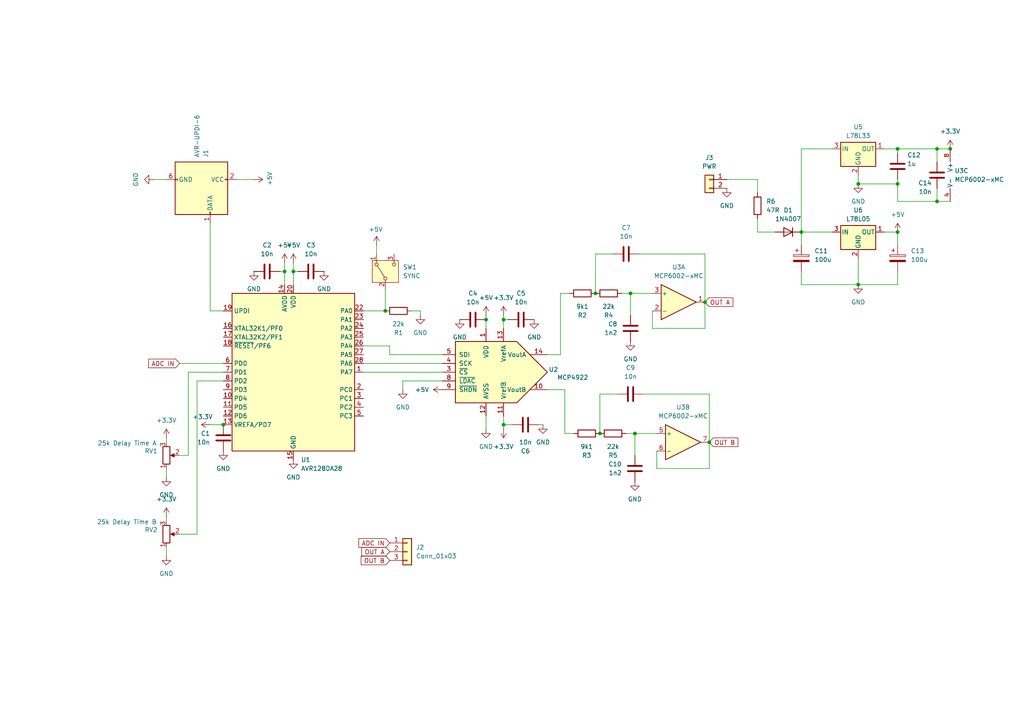
<source format=kicad_sch>
(kicad_sch
	(version 20231120)
	(generator "eeschema")
	(generator_version "8.0")
	(uuid "cc105b94-72db-4c1b-a19b-1c338d13c1db")
	(paper "A4")
	(lib_symbols
		(symbol "Amplifier_Operational:MCP6002-xSN"
			(pin_names
				(offset 0.127)
			)
			(exclude_from_sim no)
			(in_bom yes)
			(on_board yes)
			(property "Reference" "U"
				(at 0 5.08 0)
				(effects
					(font
						(size 1.27 1.27)
					)
					(justify left)
				)
			)
			(property "Value" "MCP6002-xSN"
				(at 0 -5.08 0)
				(effects
					(font
						(size 1.27 1.27)
					)
					(justify left)
				)
			)
			(property "Footprint" ""
				(at 0 0 0)
				(effects
					(font
						(size 1.27 1.27)
					)
					(hide yes)
				)
			)
			(property "Datasheet" "http://ww1.microchip.com/downloads/en/DeviceDoc/21733j.pdf"
				(at 0 0 0)
				(effects
					(font
						(size 1.27 1.27)
					)
					(hide yes)
				)
			)
			(property "Description" "1MHz, Low-Power Op Amp, SOIC-8"
				(at 0 0 0)
				(effects
					(font
						(size 1.27 1.27)
					)
					(hide yes)
				)
			)
			(property "ki_locked" ""
				(at 0 0 0)
				(effects
					(font
						(size 1.27 1.27)
					)
				)
			)
			(property "ki_keywords" "dual opamp"
				(at 0 0 0)
				(effects
					(font
						(size 1.27 1.27)
					)
					(hide yes)
				)
			)
			(property "ki_fp_filters" "SOIC*3.9x4.9mm*P1.27mm* DIP*W7.62mm* TO*99* OnSemi*Micro8* TSSOP*3x3mm*P0.65mm* TSSOP*4.4x3mm*P0.65mm* MSOP*3x3mm*P0.65mm* SSOP*3.9x4.9mm*P0.635mm* LFCSP*2x2mm*P0.5mm* *SIP* SOIC*5.3x6.2mm*P1.27mm*"
				(at 0 0 0)
				(effects
					(font
						(size 1.27 1.27)
					)
					(hide yes)
				)
			)
			(symbol "MCP6002-xSN_1_1"
				(polyline
					(pts
						(xy -5.08 5.08) (xy 5.08 0) (xy -5.08 -5.08) (xy -5.08 5.08)
					)
					(stroke
						(width 0.254)
						(type default)
					)
					(fill
						(type background)
					)
				)
				(pin output line
					(at 7.62 0 180)
					(length 2.54)
					(name "~"
						(effects
							(font
								(size 1.27 1.27)
							)
						)
					)
					(number "1"
						(effects
							(font
								(size 1.27 1.27)
							)
						)
					)
				)
				(pin input line
					(at -7.62 -2.54 0)
					(length 2.54)
					(name "-"
						(effects
							(font
								(size 1.27 1.27)
							)
						)
					)
					(number "2"
						(effects
							(font
								(size 1.27 1.27)
							)
						)
					)
				)
				(pin input line
					(at -7.62 2.54 0)
					(length 2.54)
					(name "+"
						(effects
							(font
								(size 1.27 1.27)
							)
						)
					)
					(number "3"
						(effects
							(font
								(size 1.27 1.27)
							)
						)
					)
				)
			)
			(symbol "MCP6002-xSN_2_1"
				(polyline
					(pts
						(xy -5.08 5.08) (xy 5.08 0) (xy -5.08 -5.08) (xy -5.08 5.08)
					)
					(stroke
						(width 0.254)
						(type default)
					)
					(fill
						(type background)
					)
				)
				(pin input line
					(at -7.62 2.54 0)
					(length 2.54)
					(name "+"
						(effects
							(font
								(size 1.27 1.27)
							)
						)
					)
					(number "5"
						(effects
							(font
								(size 1.27 1.27)
							)
						)
					)
				)
				(pin input line
					(at -7.62 -2.54 0)
					(length 2.54)
					(name "-"
						(effects
							(font
								(size 1.27 1.27)
							)
						)
					)
					(number "6"
						(effects
							(font
								(size 1.27 1.27)
							)
						)
					)
				)
				(pin output line
					(at 7.62 0 180)
					(length 2.54)
					(name "~"
						(effects
							(font
								(size 1.27 1.27)
							)
						)
					)
					(number "7"
						(effects
							(font
								(size 1.27 1.27)
							)
						)
					)
				)
			)
			(symbol "MCP6002-xSN_3_1"
				(pin power_in line
					(at -2.54 -7.62 90)
					(length 3.81)
					(name "V-"
						(effects
							(font
								(size 1.27 1.27)
							)
						)
					)
					(number "4"
						(effects
							(font
								(size 1.27 1.27)
							)
						)
					)
				)
				(pin power_in line
					(at -2.54 7.62 270)
					(length 3.81)
					(name "V+"
						(effects
							(font
								(size 1.27 1.27)
							)
						)
					)
					(number "8"
						(effects
							(font
								(size 1.27 1.27)
							)
						)
					)
				)
			)
		)
		(symbol "Analog_DAC:MCP4922-EST"
			(pin_names
				(offset 1.016)
			)
			(exclude_from_sim no)
			(in_bom yes)
			(on_board yes)
			(property "Reference" "U"
				(at -10.16 10.16 0)
				(effects
					(font
						(size 1.27 1.27)
					)
					(justify left)
				)
			)
			(property "Value" "MCP4922-EST"
				(at 3.81 10.16 0)
				(effects
					(font
						(size 1.27 1.27)
					)
					(justify left)
				)
			)
			(property "Footprint" ""
				(at 0 0 0)
				(effects
					(font
						(size 1.27 1.27)
						(italic yes)
					)
					(hide yes)
				)
			)
			(property "Datasheet" "http://ww1.microchip.com/downloads/en/devicedoc/21897a.pdf"
				(at 0 0 0)
				(effects
					(font
						(size 1.27 1.27)
					)
					(hide yes)
				)
			)
			(property "Description" "Dual 12-bit Digital to Analog Converter, SPI Interface, TSSOP-14"
				(at 0 0 0)
				(effects
					(font
						(size 1.27 1.27)
					)
					(hide yes)
				)
			)
			(property "ki_keywords" "Dual DAC 1ch 12bit SPI"
				(at 0 0 0)
				(effects
					(font
						(size 1.27 1.27)
					)
					(hide yes)
				)
			)
			(property "ki_fp_filters" "DIP* PDIP* SO* SOIC* TSSOP*"
				(at 0 0 0)
				(effects
					(font
						(size 1.27 1.27)
					)
					(hide yes)
				)
			)
			(symbol "MCP4922-EST_0_1"
				(polyline
					(pts
						(xy -11.43 8.89) (xy 6.35 8.89) (xy 15.24 0) (xy 6.35 -8.89) (xy -11.43 -8.89) (xy -11.43 8.89)
					)
					(stroke
						(width 0.254)
						(type default)
					)
					(fill
						(type background)
					)
				)
			)
			(symbol "MCP4922-EST_1_1"
				(pin power_in line
					(at -2.54 12.7 270)
					(length 3.81)
					(name "VDD"
						(effects
							(font
								(size 1.27 1.27)
							)
						)
					)
					(number "1"
						(effects
							(font
								(size 1.27 1.27)
							)
						)
					)
				)
				(pin passive line
					(at 15.24 -5.08 180)
					(length 5.08)
					(name "VoutB"
						(effects
							(font
								(size 1.27 1.27)
							)
						)
					)
					(number "10"
						(effects
							(font
								(size 1.27 1.27)
							)
						)
					)
				)
				(pin passive line
					(at 2.54 -12.7 90)
					(length 3.81)
					(name "VrefB"
						(effects
							(font
								(size 1.27 1.27)
							)
						)
					)
					(number "11"
						(effects
							(font
								(size 1.27 1.27)
							)
						)
					)
				)
				(pin power_in line
					(at -2.54 -12.7 90)
					(length 3.81)
					(name "AVSS"
						(effects
							(font
								(size 1.27 1.27)
							)
						)
					)
					(number "12"
						(effects
							(font
								(size 1.27 1.27)
							)
						)
					)
				)
				(pin passive line
					(at 2.54 12.7 270)
					(length 3.81)
					(name "VrefA"
						(effects
							(font
								(size 1.27 1.27)
							)
						)
					)
					(number "13"
						(effects
							(font
								(size 1.27 1.27)
							)
						)
					)
				)
				(pin passive line
					(at 15.24 5.08 180)
					(length 5.08)
					(name "VoutA"
						(effects
							(font
								(size 1.27 1.27)
							)
						)
					)
					(number "14"
						(effects
							(font
								(size 1.27 1.27)
							)
						)
					)
				)
				(pin no_connect line
					(at -5.08 -8.89 90)
					(length 2.54) hide
					(name "NC"
						(effects
							(font
								(size 1.27 1.27)
							)
						)
					)
					(number "2"
						(effects
							(font
								(size 1.27 1.27)
							)
						)
					)
				)
				(pin input line
					(at -15.24 0 0)
					(length 3.81)
					(name "~{CS}"
						(effects
							(font
								(size 1.27 1.27)
							)
						)
					)
					(number "3"
						(effects
							(font
								(size 1.27 1.27)
							)
						)
					)
				)
				(pin input line
					(at -15.24 2.54 0)
					(length 3.81)
					(name "SCK"
						(effects
							(font
								(size 1.27 1.27)
							)
						)
					)
					(number "4"
						(effects
							(font
								(size 1.27 1.27)
							)
						)
					)
				)
				(pin input line
					(at -15.24 5.08 0)
					(length 3.81)
					(name "SDI"
						(effects
							(font
								(size 1.27 1.27)
							)
						)
					)
					(number "5"
						(effects
							(font
								(size 1.27 1.27)
							)
						)
					)
				)
				(pin no_connect line
					(at -7.62 -8.89 90)
					(length 2.54) hide
					(name "NC"
						(effects
							(font
								(size 1.27 1.27)
							)
						)
					)
					(number "6"
						(effects
							(font
								(size 1.27 1.27)
							)
						)
					)
				)
				(pin no_connect line
					(at -10.16 -8.89 90)
					(length 2.54) hide
					(name "NC"
						(effects
							(font
								(size 1.27 1.27)
							)
						)
					)
					(number "7"
						(effects
							(font
								(size 1.27 1.27)
							)
						)
					)
				)
				(pin input line
					(at -15.24 -2.54 0)
					(length 3.81)
					(name "~{LDAC}"
						(effects
							(font
								(size 1.27 1.27)
							)
						)
					)
					(number "8"
						(effects
							(font
								(size 1.27 1.27)
							)
						)
					)
				)
				(pin input line
					(at -15.24 -5.08 0)
					(length 3.81)
					(name "~{SHDN}"
						(effects
							(font
								(size 1.27 1.27)
							)
						)
					)
					(number "9"
						(effects
							(font
								(size 1.27 1.27)
							)
						)
					)
				)
			)
		)
		(symbol "Connector:AVR-UPDI-6"
			(pin_names
				(offset 1.016)
			)
			(exclude_from_sim no)
			(in_bom yes)
			(on_board yes)
			(property "Reference" "J"
				(at -6.35 8.89 0)
				(effects
					(font
						(size 1.27 1.27)
					)
					(justify left)
				)
			)
			(property "Value" "AVR-UPDI-6"
				(at 0 8.89 0)
				(effects
					(font
						(size 1.27 1.27)
					)
					(justify left)
				)
			)
			(property "Footprint" ""
				(at -6.35 -1.27 90)
				(effects
					(font
						(size 1.27 1.27)
					)
					(hide yes)
				)
			)
			(property "Datasheet" "https://www.microchip.com/webdoc/GUID-9D10622A-5C16-4405-B092-1BDD437B4976/index.html?GUID-9B349315-2842-4189-B88C-49F4E1055D7F"
				(at -32.385 -13.97 0)
				(effects
					(font
						(size 1.27 1.27)
					)
					(hide yes)
				)
			)
			(property "Description" "Atmel 6-pin UPDI connector"
				(at 0 0 0)
				(effects
					(font
						(size 1.27 1.27)
					)
					(hide yes)
				)
			)
			(property "ki_keywords" "AVR UPDI Connector"
				(at 0 0 0)
				(effects
					(font
						(size 1.27 1.27)
					)
					(hide yes)
				)
			)
			(property "ki_fp_filters" "IDC?Header*2x03* Pin?Header*2x03*"
				(at 0 0 0)
				(effects
					(font
						(size 1.27 1.27)
					)
					(hide yes)
				)
			)
			(symbol "AVR-UPDI-6_0_1"
				(rectangle
					(start -2.667 -6.858)
					(end -2.413 -7.62)
					(stroke
						(width 0)
						(type default)
					)
					(fill
						(type none)
					)
				)
				(rectangle
					(start -2.667 7.62)
					(end -2.413 6.858)
					(stroke
						(width 0)
						(type default)
					)
					(fill
						(type none)
					)
				)
				(rectangle
					(start 7.62 2.667)
					(end 6.858 2.413)
					(stroke
						(width 0)
						(type default)
					)
					(fill
						(type none)
					)
				)
				(rectangle
					(start 7.62 7.62)
					(end -7.62 -7.62)
					(stroke
						(width 0.254)
						(type default)
					)
					(fill
						(type background)
					)
				)
			)
			(symbol "AVR-UPDI-6_1_1"
				(pin passive line
					(at 10.16 2.54 180)
					(length 2.54)
					(name "DATA"
						(effects
							(font
								(size 1.27 1.27)
							)
						)
					)
					(number "1"
						(effects
							(font
								(size 1.27 1.27)
							)
						)
					)
				)
				(pin passive line
					(at -2.54 10.16 270)
					(length 2.54)
					(name "VCC"
						(effects
							(font
								(size 1.27 1.27)
							)
						)
					)
					(number "2"
						(effects
							(font
								(size 1.27 1.27)
							)
						)
					)
				)
				(pin no_connect line
					(at 7.62 0 180)
					(length 2.54) hide
					(name "NC"
						(effects
							(font
								(size 1.27 1.27)
							)
						)
					)
					(number "3"
						(effects
							(font
								(size 1.27 1.27)
							)
						)
					)
				)
				(pin no_connect line
					(at 7.62 -2.54 180)
					(length 2.54) hide
					(name "NC"
						(effects
							(font
								(size 1.27 1.27)
							)
						)
					)
					(number "4"
						(effects
							(font
								(size 1.27 1.27)
							)
						)
					)
				)
				(pin no_connect line
					(at 7.62 -5.08 180)
					(length 2.54) hide
					(name "NC"
						(effects
							(font
								(size 1.27 1.27)
							)
						)
					)
					(number "5"
						(effects
							(font
								(size 1.27 1.27)
							)
						)
					)
				)
				(pin passive line
					(at -2.54 -10.16 90)
					(length 2.54)
					(name "GND"
						(effects
							(font
								(size 1.27 1.27)
							)
						)
					)
					(number "6"
						(effects
							(font
								(size 1.27 1.27)
							)
						)
					)
				)
			)
		)
		(symbol "Connector_Generic:Conn_01x02"
			(pin_names
				(offset 1.016) hide)
			(exclude_from_sim no)
			(in_bom yes)
			(on_board yes)
			(property "Reference" "J"
				(at 0 2.54 0)
				(effects
					(font
						(size 1.27 1.27)
					)
				)
			)
			(property "Value" "Conn_01x02"
				(at 0 -5.08 0)
				(effects
					(font
						(size 1.27 1.27)
					)
				)
			)
			(property "Footprint" ""
				(at 0 0 0)
				(effects
					(font
						(size 1.27 1.27)
					)
					(hide yes)
				)
			)
			(property "Datasheet" "~"
				(at 0 0 0)
				(effects
					(font
						(size 1.27 1.27)
					)
					(hide yes)
				)
			)
			(property "Description" "Generic connector, single row, 01x02, script generated (kicad-library-utils/schlib/autogen/connector/)"
				(at 0 0 0)
				(effects
					(font
						(size 1.27 1.27)
					)
					(hide yes)
				)
			)
			(property "ki_keywords" "connector"
				(at 0 0 0)
				(effects
					(font
						(size 1.27 1.27)
					)
					(hide yes)
				)
			)
			(property "ki_fp_filters" "Connector*:*_1x??_*"
				(at 0 0 0)
				(effects
					(font
						(size 1.27 1.27)
					)
					(hide yes)
				)
			)
			(symbol "Conn_01x02_1_1"
				(rectangle
					(start -1.27 -2.413)
					(end 0 -2.667)
					(stroke
						(width 0.1524)
						(type default)
					)
					(fill
						(type none)
					)
				)
				(rectangle
					(start -1.27 0.127)
					(end 0 -0.127)
					(stroke
						(width 0.1524)
						(type default)
					)
					(fill
						(type none)
					)
				)
				(rectangle
					(start -1.27 1.27)
					(end 1.27 -3.81)
					(stroke
						(width 0.254)
						(type default)
					)
					(fill
						(type background)
					)
				)
				(pin passive line
					(at -5.08 0 0)
					(length 3.81)
					(name "Pin_1"
						(effects
							(font
								(size 1.27 1.27)
							)
						)
					)
					(number "1"
						(effects
							(font
								(size 1.27 1.27)
							)
						)
					)
				)
				(pin passive line
					(at -5.08 -2.54 0)
					(length 3.81)
					(name "Pin_2"
						(effects
							(font
								(size 1.27 1.27)
							)
						)
					)
					(number "2"
						(effects
							(font
								(size 1.27 1.27)
							)
						)
					)
				)
			)
		)
		(symbol "Connector_Generic:Conn_01x03"
			(pin_names
				(offset 1.016) hide)
			(exclude_from_sim no)
			(in_bom yes)
			(on_board yes)
			(property "Reference" "J"
				(at 0 5.08 0)
				(effects
					(font
						(size 1.27 1.27)
					)
				)
			)
			(property "Value" "Conn_01x03"
				(at 0 -5.08 0)
				(effects
					(font
						(size 1.27 1.27)
					)
				)
			)
			(property "Footprint" ""
				(at 0 0 0)
				(effects
					(font
						(size 1.27 1.27)
					)
					(hide yes)
				)
			)
			(property "Datasheet" "~"
				(at 0 0 0)
				(effects
					(font
						(size 1.27 1.27)
					)
					(hide yes)
				)
			)
			(property "Description" "Generic connector, single row, 01x03, script generated (kicad-library-utils/schlib/autogen/connector/)"
				(at 0 0 0)
				(effects
					(font
						(size 1.27 1.27)
					)
					(hide yes)
				)
			)
			(property "ki_keywords" "connector"
				(at 0 0 0)
				(effects
					(font
						(size 1.27 1.27)
					)
					(hide yes)
				)
			)
			(property "ki_fp_filters" "Connector*:*_1x??_*"
				(at 0 0 0)
				(effects
					(font
						(size 1.27 1.27)
					)
					(hide yes)
				)
			)
			(symbol "Conn_01x03_1_1"
				(rectangle
					(start -1.27 -2.413)
					(end 0 -2.667)
					(stroke
						(width 0.1524)
						(type default)
					)
					(fill
						(type none)
					)
				)
				(rectangle
					(start -1.27 0.127)
					(end 0 -0.127)
					(stroke
						(width 0.1524)
						(type default)
					)
					(fill
						(type none)
					)
				)
				(rectangle
					(start -1.27 2.667)
					(end 0 2.413)
					(stroke
						(width 0.1524)
						(type default)
					)
					(fill
						(type none)
					)
				)
				(rectangle
					(start -1.27 3.81)
					(end 1.27 -3.81)
					(stroke
						(width 0.254)
						(type default)
					)
					(fill
						(type background)
					)
				)
				(pin passive line
					(at -5.08 2.54 0)
					(length 3.81)
					(name "Pin_1"
						(effects
							(font
								(size 1.27 1.27)
							)
						)
					)
					(number "1"
						(effects
							(font
								(size 1.27 1.27)
							)
						)
					)
				)
				(pin passive line
					(at -5.08 0 0)
					(length 3.81)
					(name "Pin_2"
						(effects
							(font
								(size 1.27 1.27)
							)
						)
					)
					(number "2"
						(effects
							(font
								(size 1.27 1.27)
							)
						)
					)
				)
				(pin passive line
					(at -5.08 -2.54 0)
					(length 3.81)
					(name "Pin_3"
						(effects
							(font
								(size 1.27 1.27)
							)
						)
					)
					(number "3"
						(effects
							(font
								(size 1.27 1.27)
							)
						)
					)
				)
			)
		)
		(symbol "Device:C"
			(pin_numbers hide)
			(pin_names
				(offset 0.254)
			)
			(exclude_from_sim no)
			(in_bom yes)
			(on_board yes)
			(property "Reference" "C"
				(at 0.635 2.54 0)
				(effects
					(font
						(size 1.27 1.27)
					)
					(justify left)
				)
			)
			(property "Value" "C"
				(at 0.635 -2.54 0)
				(effects
					(font
						(size 1.27 1.27)
					)
					(justify left)
				)
			)
			(property "Footprint" ""
				(at 0.9652 -3.81 0)
				(effects
					(font
						(size 1.27 1.27)
					)
					(hide yes)
				)
			)
			(property "Datasheet" "~"
				(at 0 0 0)
				(effects
					(font
						(size 1.27 1.27)
					)
					(hide yes)
				)
			)
			(property "Description" "Unpolarized capacitor"
				(at 0 0 0)
				(effects
					(font
						(size 1.27 1.27)
					)
					(hide yes)
				)
			)
			(property "ki_keywords" "cap capacitor"
				(at 0 0 0)
				(effects
					(font
						(size 1.27 1.27)
					)
					(hide yes)
				)
			)
			(property "ki_fp_filters" "C_*"
				(at 0 0 0)
				(effects
					(font
						(size 1.27 1.27)
					)
					(hide yes)
				)
			)
			(symbol "C_0_1"
				(polyline
					(pts
						(xy -2.032 -0.762) (xy 2.032 -0.762)
					)
					(stroke
						(width 0.508)
						(type default)
					)
					(fill
						(type none)
					)
				)
				(polyline
					(pts
						(xy -2.032 0.762) (xy 2.032 0.762)
					)
					(stroke
						(width 0.508)
						(type default)
					)
					(fill
						(type none)
					)
				)
			)
			(symbol "C_1_1"
				(pin passive line
					(at 0 3.81 270)
					(length 2.794)
					(name "~"
						(effects
							(font
								(size 1.27 1.27)
							)
						)
					)
					(number "1"
						(effects
							(font
								(size 1.27 1.27)
							)
						)
					)
				)
				(pin passive line
					(at 0 -3.81 90)
					(length 2.794)
					(name "~"
						(effects
							(font
								(size 1.27 1.27)
							)
						)
					)
					(number "2"
						(effects
							(font
								(size 1.27 1.27)
							)
						)
					)
				)
			)
		)
		(symbol "Device:C_Polarized"
			(pin_numbers hide)
			(pin_names
				(offset 0.254)
			)
			(exclude_from_sim no)
			(in_bom yes)
			(on_board yes)
			(property "Reference" "C"
				(at 0.635 2.54 0)
				(effects
					(font
						(size 1.27 1.27)
					)
					(justify left)
				)
			)
			(property "Value" "C_Polarized"
				(at 0.635 -2.54 0)
				(effects
					(font
						(size 1.27 1.27)
					)
					(justify left)
				)
			)
			(property "Footprint" ""
				(at 0.9652 -3.81 0)
				(effects
					(font
						(size 1.27 1.27)
					)
					(hide yes)
				)
			)
			(property "Datasheet" "~"
				(at 0 0 0)
				(effects
					(font
						(size 1.27 1.27)
					)
					(hide yes)
				)
			)
			(property "Description" "Polarized capacitor"
				(at 0 0 0)
				(effects
					(font
						(size 1.27 1.27)
					)
					(hide yes)
				)
			)
			(property "ki_keywords" "cap capacitor"
				(at 0 0 0)
				(effects
					(font
						(size 1.27 1.27)
					)
					(hide yes)
				)
			)
			(property "ki_fp_filters" "CP_*"
				(at 0 0 0)
				(effects
					(font
						(size 1.27 1.27)
					)
					(hide yes)
				)
			)
			(symbol "C_Polarized_0_1"
				(rectangle
					(start -2.286 0.508)
					(end 2.286 1.016)
					(stroke
						(width 0)
						(type default)
					)
					(fill
						(type none)
					)
				)
				(polyline
					(pts
						(xy -1.778 2.286) (xy -0.762 2.286)
					)
					(stroke
						(width 0)
						(type default)
					)
					(fill
						(type none)
					)
				)
				(polyline
					(pts
						(xy -1.27 2.794) (xy -1.27 1.778)
					)
					(stroke
						(width 0)
						(type default)
					)
					(fill
						(type none)
					)
				)
				(rectangle
					(start 2.286 -0.508)
					(end -2.286 -1.016)
					(stroke
						(width 0)
						(type default)
					)
					(fill
						(type outline)
					)
				)
			)
			(symbol "C_Polarized_1_1"
				(pin passive line
					(at 0 3.81 270)
					(length 2.794)
					(name "~"
						(effects
							(font
								(size 1.27 1.27)
							)
						)
					)
					(number "1"
						(effects
							(font
								(size 1.27 1.27)
							)
						)
					)
				)
				(pin passive line
					(at 0 -3.81 90)
					(length 2.794)
					(name "~"
						(effects
							(font
								(size 1.27 1.27)
							)
						)
					)
					(number "2"
						(effects
							(font
								(size 1.27 1.27)
							)
						)
					)
				)
			)
		)
		(symbol "Device:D"
			(pin_numbers hide)
			(pin_names
				(offset 1.016) hide)
			(exclude_from_sim no)
			(in_bom yes)
			(on_board yes)
			(property "Reference" "D"
				(at 0 2.54 0)
				(effects
					(font
						(size 1.27 1.27)
					)
				)
			)
			(property "Value" "D"
				(at 0 -2.54 0)
				(effects
					(font
						(size 1.27 1.27)
					)
				)
			)
			(property "Footprint" ""
				(at 0 0 0)
				(effects
					(font
						(size 1.27 1.27)
					)
					(hide yes)
				)
			)
			(property "Datasheet" "~"
				(at 0 0 0)
				(effects
					(font
						(size 1.27 1.27)
					)
					(hide yes)
				)
			)
			(property "Description" "Diode"
				(at 0 0 0)
				(effects
					(font
						(size 1.27 1.27)
					)
					(hide yes)
				)
			)
			(property "Sim.Device" "D"
				(at 0 0 0)
				(effects
					(font
						(size 1.27 1.27)
					)
					(hide yes)
				)
			)
			(property "Sim.Pins" "1=K 2=A"
				(at 0 0 0)
				(effects
					(font
						(size 1.27 1.27)
					)
					(hide yes)
				)
			)
			(property "ki_keywords" "diode"
				(at 0 0 0)
				(effects
					(font
						(size 1.27 1.27)
					)
					(hide yes)
				)
			)
			(property "ki_fp_filters" "TO-???* *_Diode_* *SingleDiode* D_*"
				(at 0 0 0)
				(effects
					(font
						(size 1.27 1.27)
					)
					(hide yes)
				)
			)
			(symbol "D_0_1"
				(polyline
					(pts
						(xy -1.27 1.27) (xy -1.27 -1.27)
					)
					(stroke
						(width 0.254)
						(type default)
					)
					(fill
						(type none)
					)
				)
				(polyline
					(pts
						(xy 1.27 0) (xy -1.27 0)
					)
					(stroke
						(width 0)
						(type default)
					)
					(fill
						(type none)
					)
				)
				(polyline
					(pts
						(xy 1.27 1.27) (xy 1.27 -1.27) (xy -1.27 0) (xy 1.27 1.27)
					)
					(stroke
						(width 0.254)
						(type default)
					)
					(fill
						(type none)
					)
				)
			)
			(symbol "D_1_1"
				(pin passive line
					(at -3.81 0 0)
					(length 2.54)
					(name "K"
						(effects
							(font
								(size 1.27 1.27)
							)
						)
					)
					(number "1"
						(effects
							(font
								(size 1.27 1.27)
							)
						)
					)
				)
				(pin passive line
					(at 3.81 0 180)
					(length 2.54)
					(name "A"
						(effects
							(font
								(size 1.27 1.27)
							)
						)
					)
					(number "2"
						(effects
							(font
								(size 1.27 1.27)
							)
						)
					)
				)
			)
		)
		(symbol "Device:R"
			(pin_numbers hide)
			(pin_names
				(offset 0)
			)
			(exclude_from_sim no)
			(in_bom yes)
			(on_board yes)
			(property "Reference" "R"
				(at 2.032 0 90)
				(effects
					(font
						(size 1.27 1.27)
					)
				)
			)
			(property "Value" "R"
				(at 0 0 90)
				(effects
					(font
						(size 1.27 1.27)
					)
				)
			)
			(property "Footprint" ""
				(at -1.778 0 90)
				(effects
					(font
						(size 1.27 1.27)
					)
					(hide yes)
				)
			)
			(property "Datasheet" "~"
				(at 0 0 0)
				(effects
					(font
						(size 1.27 1.27)
					)
					(hide yes)
				)
			)
			(property "Description" "Resistor"
				(at 0 0 0)
				(effects
					(font
						(size 1.27 1.27)
					)
					(hide yes)
				)
			)
			(property "ki_keywords" "R res resistor"
				(at 0 0 0)
				(effects
					(font
						(size 1.27 1.27)
					)
					(hide yes)
				)
			)
			(property "ki_fp_filters" "R_*"
				(at 0 0 0)
				(effects
					(font
						(size 1.27 1.27)
					)
					(hide yes)
				)
			)
			(symbol "R_0_1"
				(rectangle
					(start -1.016 -2.54)
					(end 1.016 2.54)
					(stroke
						(width 0.254)
						(type default)
					)
					(fill
						(type none)
					)
				)
			)
			(symbol "R_1_1"
				(pin passive line
					(at 0 3.81 270)
					(length 1.27)
					(name "~"
						(effects
							(font
								(size 1.27 1.27)
							)
						)
					)
					(number "1"
						(effects
							(font
								(size 1.27 1.27)
							)
						)
					)
				)
				(pin passive line
					(at 0 -3.81 90)
					(length 1.27)
					(name "~"
						(effects
							(font
								(size 1.27 1.27)
							)
						)
					)
					(number "2"
						(effects
							(font
								(size 1.27 1.27)
							)
						)
					)
				)
			)
		)
		(symbol "Device:R_Potentiometer"
			(pin_names
				(offset 1.016) hide)
			(exclude_from_sim no)
			(in_bom yes)
			(on_board yes)
			(property "Reference" "RV"
				(at -4.445 0 90)
				(effects
					(font
						(size 1.27 1.27)
					)
				)
			)
			(property "Value" "R_Potentiometer"
				(at -2.54 0 90)
				(effects
					(font
						(size 1.27 1.27)
					)
				)
			)
			(property "Footprint" ""
				(at 0 0 0)
				(effects
					(font
						(size 1.27 1.27)
					)
					(hide yes)
				)
			)
			(property "Datasheet" "~"
				(at 0 0 0)
				(effects
					(font
						(size 1.27 1.27)
					)
					(hide yes)
				)
			)
			(property "Description" "Potentiometer"
				(at 0 0 0)
				(effects
					(font
						(size 1.27 1.27)
					)
					(hide yes)
				)
			)
			(property "ki_keywords" "resistor variable"
				(at 0 0 0)
				(effects
					(font
						(size 1.27 1.27)
					)
					(hide yes)
				)
			)
			(property "ki_fp_filters" "Potentiometer*"
				(at 0 0 0)
				(effects
					(font
						(size 1.27 1.27)
					)
					(hide yes)
				)
			)
			(symbol "R_Potentiometer_0_1"
				(polyline
					(pts
						(xy 2.54 0) (xy 1.524 0)
					)
					(stroke
						(width 0)
						(type default)
					)
					(fill
						(type none)
					)
				)
				(polyline
					(pts
						(xy 1.143 0) (xy 2.286 0.508) (xy 2.286 -0.508) (xy 1.143 0)
					)
					(stroke
						(width 0)
						(type default)
					)
					(fill
						(type outline)
					)
				)
				(rectangle
					(start 1.016 2.54)
					(end -1.016 -2.54)
					(stroke
						(width 0.254)
						(type default)
					)
					(fill
						(type none)
					)
				)
			)
			(symbol "R_Potentiometer_1_1"
				(pin passive line
					(at 0 3.81 270)
					(length 1.27)
					(name "1"
						(effects
							(font
								(size 1.27 1.27)
							)
						)
					)
					(number "1"
						(effects
							(font
								(size 1.27 1.27)
							)
						)
					)
				)
				(pin passive line
					(at 3.81 0 180)
					(length 1.27)
					(name "2"
						(effects
							(font
								(size 1.27 1.27)
							)
						)
					)
					(number "2"
						(effects
							(font
								(size 1.27 1.27)
							)
						)
					)
				)
				(pin passive line
					(at 0 -3.81 90)
					(length 1.27)
					(name "3"
						(effects
							(font
								(size 1.27 1.27)
							)
						)
					)
					(number "3"
						(effects
							(font
								(size 1.27 1.27)
							)
						)
					)
				)
			)
		)
		(symbol "MCU_Microchip_AVR_Dx:AVR128DA28x-xSS"
			(exclude_from_sim no)
			(in_bom yes)
			(on_board yes)
			(property "Reference" "U"
				(at -17.78 24.13 0)
				(effects
					(font
						(size 1.27 1.27)
					)
					(justify left bottom)
				)
			)
			(property "Value" "AVR128DA28x-xSS"
				(at 2.54 -24.13 0)
				(effects
					(font
						(size 1.27 1.27)
					)
					(justify left top)
				)
			)
			(property "Footprint" "Package_SO:SSOP-28_5.3x10.2mm_P0.65mm"
				(at 0 0 0)
				(effects
					(font
						(size 1.27 1.27)
						(italic yes)
					)
					(hide yes)
				)
			)
			(property "Datasheet" "https://ww1.microchip.com/downloads/en/DeviceDoc/AVR128DA28-32-48-64-DataSheet-DS40002183B.pdf"
				(at 0 0 0)
				(effects
					(font
						(size 1.27 1.27)
					)
					(hide yes)
				)
			)
			(property "Description" "24MHz, 128kB Flash, 16kB SRAM, EEPROM with Touch Sensing, SSOP-28"
				(at 0 0 0)
				(effects
					(font
						(size 1.27 1.27)
					)
					(hide yes)
				)
			)
			(property "ki_keywords" "AVR 8bit Microcontroller AVR-DA"
				(at 0 0 0)
				(effects
					(font
						(size 1.27 1.27)
					)
					(hide yes)
				)
			)
			(property "ki_fp_filters" "SSOP*5.3x10.2mm*P0.65mm*"
				(at 0 0 0)
				(effects
					(font
						(size 1.27 1.27)
					)
					(hide yes)
				)
			)
			(symbol "AVR128DA28x-xSS_0_1"
				(rectangle
					(start -17.78 22.86)
					(end 17.78 -22.86)
					(stroke
						(width 0.254)
						(type default)
					)
					(fill
						(type background)
					)
				)
			)
			(symbol "AVR128DA28x-xSS_1_1"
				(pin bidirectional line
					(at 20.32 0 180)
					(length 2.54)
					(name "PA7"
						(effects
							(font
								(size 1.27 1.27)
							)
						)
					)
					(number "1"
						(effects
							(font
								(size 1.27 1.27)
							)
						)
					)
				)
				(pin bidirectional line
					(at -20.32 -7.62 0)
					(length 2.54)
					(name "PD4"
						(effects
							(font
								(size 1.27 1.27)
							)
						)
					)
					(number "10"
						(effects
							(font
								(size 1.27 1.27)
							)
						)
					)
				)
				(pin bidirectional line
					(at -20.32 -10.16 0)
					(length 2.54)
					(name "PD5"
						(effects
							(font
								(size 1.27 1.27)
							)
						)
					)
					(number "11"
						(effects
							(font
								(size 1.27 1.27)
							)
						)
					)
				)
				(pin bidirectional line
					(at -20.32 -12.7 0)
					(length 2.54)
					(name "PD6"
						(effects
							(font
								(size 1.27 1.27)
							)
						)
					)
					(number "12"
						(effects
							(font
								(size 1.27 1.27)
							)
						)
					)
				)
				(pin bidirectional line
					(at -20.32 -15.24 0)
					(length 2.54)
					(name "VREFA/PD7"
						(effects
							(font
								(size 1.27 1.27)
							)
						)
					)
					(number "13"
						(effects
							(font
								(size 1.27 1.27)
							)
						)
					)
				)
				(pin power_in line
					(at -2.54 25.4 270)
					(length 2.54)
					(name "AVDD"
						(effects
							(font
								(size 1.27 1.27)
							)
						)
					)
					(number "14"
						(effects
							(font
								(size 1.27 1.27)
							)
						)
					)
				)
				(pin power_in line
					(at 0 -25.4 90)
					(length 2.54)
					(name "GND"
						(effects
							(font
								(size 1.27 1.27)
							)
						)
					)
					(number "15"
						(effects
							(font
								(size 1.27 1.27)
							)
						)
					)
				)
				(pin bidirectional line
					(at -20.32 12.7 0)
					(length 2.54)
					(name "XTAL32K1/PF0"
						(effects
							(font
								(size 1.27 1.27)
							)
						)
					)
					(number "16"
						(effects
							(font
								(size 1.27 1.27)
							)
						)
					)
				)
				(pin bidirectional line
					(at -20.32 10.16 0)
					(length 2.54)
					(name "XTAL32K2/PF1"
						(effects
							(font
								(size 1.27 1.27)
							)
						)
					)
					(number "17"
						(effects
							(font
								(size 1.27 1.27)
							)
						)
					)
				)
				(pin bidirectional line
					(at -20.32 7.62 0)
					(length 2.54)
					(name "~{RESET}/PF6"
						(effects
							(font
								(size 1.27 1.27)
							)
						)
					)
					(number "18"
						(effects
							(font
								(size 1.27 1.27)
							)
						)
					)
				)
				(pin input line
					(at -20.32 17.78 0)
					(length 2.54)
					(name "UPDI"
						(effects
							(font
								(size 1.27 1.27)
							)
						)
					)
					(number "19"
						(effects
							(font
								(size 1.27 1.27)
							)
						)
					)
				)
				(pin bidirectional line
					(at 20.32 -5.08 180)
					(length 2.54)
					(name "PC0"
						(effects
							(font
								(size 1.27 1.27)
							)
						)
					)
					(number "2"
						(effects
							(font
								(size 1.27 1.27)
							)
						)
					)
				)
				(pin power_in line
					(at 0 25.4 270)
					(length 2.54)
					(name "VDD"
						(effects
							(font
								(size 1.27 1.27)
							)
						)
					)
					(number "20"
						(effects
							(font
								(size 1.27 1.27)
							)
						)
					)
				)
				(pin passive line
					(at 0 -25.4 90)
					(length 2.54) hide
					(name "GND"
						(effects
							(font
								(size 1.27 1.27)
							)
						)
					)
					(number "21"
						(effects
							(font
								(size 1.27 1.27)
							)
						)
					)
				)
				(pin bidirectional line
					(at 20.32 17.78 180)
					(length 2.54)
					(name "PA0"
						(effects
							(font
								(size 1.27 1.27)
							)
						)
					)
					(number "22"
						(effects
							(font
								(size 1.27 1.27)
							)
						)
					)
				)
				(pin bidirectional line
					(at 20.32 15.24 180)
					(length 2.54)
					(name "PA1"
						(effects
							(font
								(size 1.27 1.27)
							)
						)
					)
					(number "23"
						(effects
							(font
								(size 1.27 1.27)
							)
						)
					)
				)
				(pin bidirectional line
					(at 20.32 12.7 180)
					(length 2.54)
					(name "PA2"
						(effects
							(font
								(size 1.27 1.27)
							)
						)
					)
					(number "24"
						(effects
							(font
								(size 1.27 1.27)
							)
						)
					)
				)
				(pin bidirectional line
					(at 20.32 10.16 180)
					(length 2.54)
					(name "PA3"
						(effects
							(font
								(size 1.27 1.27)
							)
						)
					)
					(number "25"
						(effects
							(font
								(size 1.27 1.27)
							)
						)
					)
				)
				(pin bidirectional line
					(at 20.32 7.62 180)
					(length 2.54)
					(name "PA4"
						(effects
							(font
								(size 1.27 1.27)
							)
						)
					)
					(number "26"
						(effects
							(font
								(size 1.27 1.27)
							)
						)
					)
				)
				(pin bidirectional line
					(at 20.32 5.08 180)
					(length 2.54)
					(name "PA5"
						(effects
							(font
								(size 1.27 1.27)
							)
						)
					)
					(number "27"
						(effects
							(font
								(size 1.27 1.27)
							)
						)
					)
				)
				(pin bidirectional line
					(at 20.32 2.54 180)
					(length 2.54)
					(name "PA6"
						(effects
							(font
								(size 1.27 1.27)
							)
						)
					)
					(number "28"
						(effects
							(font
								(size 1.27 1.27)
							)
						)
					)
				)
				(pin bidirectional line
					(at 20.32 -7.62 180)
					(length 2.54)
					(name "PC1"
						(effects
							(font
								(size 1.27 1.27)
							)
						)
					)
					(number "3"
						(effects
							(font
								(size 1.27 1.27)
							)
						)
					)
				)
				(pin bidirectional line
					(at 20.32 -10.16 180)
					(length 2.54)
					(name "PC2"
						(effects
							(font
								(size 1.27 1.27)
							)
						)
					)
					(number "4"
						(effects
							(font
								(size 1.27 1.27)
							)
						)
					)
				)
				(pin bidirectional line
					(at 20.32 -12.7 180)
					(length 2.54)
					(name "PC3"
						(effects
							(font
								(size 1.27 1.27)
							)
						)
					)
					(number "5"
						(effects
							(font
								(size 1.27 1.27)
							)
						)
					)
				)
				(pin bidirectional line
					(at -20.32 2.54 0)
					(length 2.54)
					(name "PD0"
						(effects
							(font
								(size 1.27 1.27)
							)
						)
					)
					(number "6"
						(effects
							(font
								(size 1.27 1.27)
							)
						)
					)
				)
				(pin bidirectional line
					(at -20.32 0 0)
					(length 2.54)
					(name "PD1"
						(effects
							(font
								(size 1.27 1.27)
							)
						)
					)
					(number "7"
						(effects
							(font
								(size 1.27 1.27)
							)
						)
					)
				)
				(pin bidirectional line
					(at -20.32 -2.54 0)
					(length 2.54)
					(name "PD2"
						(effects
							(font
								(size 1.27 1.27)
							)
						)
					)
					(number "8"
						(effects
							(font
								(size 1.27 1.27)
							)
						)
					)
				)
				(pin bidirectional line
					(at -20.32 -5.08 0)
					(length 2.54)
					(name "PD3"
						(effects
							(font
								(size 1.27 1.27)
							)
						)
					)
					(number "9"
						(effects
							(font
								(size 1.27 1.27)
							)
						)
					)
				)
			)
		)
		(symbol "Regulator_Linear:L78L05_SOT89"
			(pin_names
				(offset 0.254)
			)
			(exclude_from_sim no)
			(in_bom yes)
			(on_board yes)
			(property "Reference" "U"
				(at -3.81 3.175 0)
				(effects
					(font
						(size 1.27 1.27)
					)
				)
			)
			(property "Value" "L78L05_SOT89"
				(at -0.635 3.175 0)
				(effects
					(font
						(size 1.27 1.27)
					)
					(justify left)
				)
			)
			(property "Footprint" "Package_TO_SOT_SMD:SOT-89-3"
				(at 0 5.08 0)
				(effects
					(font
						(size 1.27 1.27)
						(italic yes)
					)
					(hide yes)
				)
			)
			(property "Datasheet" "http://www.st.com/content/ccc/resource/technical/document/datasheet/15/55/e5/aa/23/5b/43/fd/CD00000446.pdf/files/CD00000446.pdf/jcr:content/translations/en.CD00000446.pdf"
				(at 0 -1.27 0)
				(effects
					(font
						(size 1.27 1.27)
					)
					(hide yes)
				)
			)
			(property "Description" "Positive 100mA 30V Linear Regulator, Fixed Output 5V, SOT-89"
				(at 0 0 0)
				(effects
					(font
						(size 1.27 1.27)
					)
					(hide yes)
				)
			)
			(property "ki_keywords" "Voltage Regulator 100mA Positive"
				(at 0 0 0)
				(effects
					(font
						(size 1.27 1.27)
					)
					(hide yes)
				)
			)
			(property "ki_fp_filters" "SOT?89*"
				(at 0 0 0)
				(effects
					(font
						(size 1.27 1.27)
					)
					(hide yes)
				)
			)
			(symbol "L78L05_SOT89_0_1"
				(rectangle
					(start -5.08 1.905)
					(end 5.08 -5.08)
					(stroke
						(width 0.254)
						(type default)
					)
					(fill
						(type background)
					)
				)
			)
			(symbol "L78L05_SOT89_1_1"
				(pin power_out line
					(at 7.62 0 180)
					(length 2.54)
					(name "OUT"
						(effects
							(font
								(size 1.27 1.27)
							)
						)
					)
					(number "1"
						(effects
							(font
								(size 1.27 1.27)
							)
						)
					)
				)
				(pin power_in line
					(at 0 -7.62 90)
					(length 2.54)
					(name "GND"
						(effects
							(font
								(size 1.27 1.27)
							)
						)
					)
					(number "2"
						(effects
							(font
								(size 1.27 1.27)
							)
						)
					)
				)
				(pin power_in line
					(at -7.62 0 0)
					(length 2.54)
					(name "IN"
						(effects
							(font
								(size 1.27 1.27)
							)
						)
					)
					(number "3"
						(effects
							(font
								(size 1.27 1.27)
							)
						)
					)
				)
			)
		)
		(symbol "Switch:SW_SPDT"
			(pin_names
				(offset 0) hide)
			(exclude_from_sim no)
			(in_bom yes)
			(on_board yes)
			(property "Reference" "SW"
				(at 0 5.08 0)
				(effects
					(font
						(size 1.27 1.27)
					)
				)
			)
			(property "Value" "SW_SPDT"
				(at 0 -5.08 0)
				(effects
					(font
						(size 1.27 1.27)
					)
				)
			)
			(property "Footprint" ""
				(at 0 0 0)
				(effects
					(font
						(size 1.27 1.27)
					)
					(hide yes)
				)
			)
			(property "Datasheet" "~"
				(at 0 -7.62 0)
				(effects
					(font
						(size 1.27 1.27)
					)
					(hide yes)
				)
			)
			(property "Description" "Switch, single pole double throw"
				(at 0 0 0)
				(effects
					(font
						(size 1.27 1.27)
					)
					(hide yes)
				)
			)
			(property "ki_keywords" "switch single-pole double-throw spdt ON-ON"
				(at 0 0 0)
				(effects
					(font
						(size 1.27 1.27)
					)
					(hide yes)
				)
			)
			(symbol "SW_SPDT_0_1"
				(circle
					(center -2.032 0)
					(radius 0.4572)
					(stroke
						(width 0)
						(type default)
					)
					(fill
						(type none)
					)
				)
				(polyline
					(pts
						(xy -1.651 0.254) (xy 1.651 2.286)
					)
					(stroke
						(width 0)
						(type default)
					)
					(fill
						(type none)
					)
				)
				(circle
					(center 2.032 -2.54)
					(radius 0.4572)
					(stroke
						(width 0)
						(type default)
					)
					(fill
						(type none)
					)
				)
				(circle
					(center 2.032 2.54)
					(radius 0.4572)
					(stroke
						(width 0)
						(type default)
					)
					(fill
						(type none)
					)
				)
			)
			(symbol "SW_SPDT_1_1"
				(rectangle
					(start -3.175 3.81)
					(end 3.175 -3.81)
					(stroke
						(width 0)
						(type default)
					)
					(fill
						(type background)
					)
				)
				(pin passive line
					(at 5.08 2.54 180)
					(length 2.54)
					(name "A"
						(effects
							(font
								(size 1.27 1.27)
							)
						)
					)
					(number "1"
						(effects
							(font
								(size 1.27 1.27)
							)
						)
					)
				)
				(pin passive line
					(at -5.08 0 0)
					(length 2.54)
					(name "B"
						(effects
							(font
								(size 1.27 1.27)
							)
						)
					)
					(number "2"
						(effects
							(font
								(size 1.27 1.27)
							)
						)
					)
				)
				(pin passive line
					(at 5.08 -2.54 180)
					(length 2.54)
					(name "C"
						(effects
							(font
								(size 1.27 1.27)
							)
						)
					)
					(number "3"
						(effects
							(font
								(size 1.27 1.27)
							)
						)
					)
				)
			)
		)
		(symbol "power:+3.3V"
			(power)
			(pin_numbers hide)
			(pin_names
				(offset 0) hide)
			(exclude_from_sim no)
			(in_bom yes)
			(on_board yes)
			(property "Reference" "#PWR"
				(at 0 -3.81 0)
				(effects
					(font
						(size 1.27 1.27)
					)
					(hide yes)
				)
			)
			(property "Value" "+3.3V"
				(at 0 3.556 0)
				(effects
					(font
						(size 1.27 1.27)
					)
				)
			)
			(property "Footprint" ""
				(at 0 0 0)
				(effects
					(font
						(size 1.27 1.27)
					)
					(hide yes)
				)
			)
			(property "Datasheet" ""
				(at 0 0 0)
				(effects
					(font
						(size 1.27 1.27)
					)
					(hide yes)
				)
			)
			(property "Description" "Power symbol creates a global label with name \"+3.3V\""
				(at 0 0 0)
				(effects
					(font
						(size 1.27 1.27)
					)
					(hide yes)
				)
			)
			(property "ki_keywords" "global power"
				(at 0 0 0)
				(effects
					(font
						(size 1.27 1.27)
					)
					(hide yes)
				)
			)
			(symbol "+3.3V_0_1"
				(polyline
					(pts
						(xy -0.762 1.27) (xy 0 2.54)
					)
					(stroke
						(width 0)
						(type default)
					)
					(fill
						(type none)
					)
				)
				(polyline
					(pts
						(xy 0 0) (xy 0 2.54)
					)
					(stroke
						(width 0)
						(type default)
					)
					(fill
						(type none)
					)
				)
				(polyline
					(pts
						(xy 0 2.54) (xy 0.762 1.27)
					)
					(stroke
						(width 0)
						(type default)
					)
					(fill
						(type none)
					)
				)
			)
			(symbol "+3.3V_1_1"
				(pin power_in line
					(at 0 0 90)
					(length 0)
					(name "~"
						(effects
							(font
								(size 1.27 1.27)
							)
						)
					)
					(number "1"
						(effects
							(font
								(size 1.27 1.27)
							)
						)
					)
				)
			)
		)
		(symbol "power:+5V"
			(power)
			(pin_numbers hide)
			(pin_names
				(offset 0) hide)
			(exclude_from_sim no)
			(in_bom yes)
			(on_board yes)
			(property "Reference" "#PWR"
				(at 0 -3.81 0)
				(effects
					(font
						(size 1.27 1.27)
					)
					(hide yes)
				)
			)
			(property "Value" "+5V"
				(at 0 3.556 0)
				(effects
					(font
						(size 1.27 1.27)
					)
				)
			)
			(property "Footprint" ""
				(at 0 0 0)
				(effects
					(font
						(size 1.27 1.27)
					)
					(hide yes)
				)
			)
			(property "Datasheet" ""
				(at 0 0 0)
				(effects
					(font
						(size 1.27 1.27)
					)
					(hide yes)
				)
			)
			(property "Description" "Power symbol creates a global label with name \"+5V\""
				(at 0 0 0)
				(effects
					(font
						(size 1.27 1.27)
					)
					(hide yes)
				)
			)
			(property "ki_keywords" "global power"
				(at 0 0 0)
				(effects
					(font
						(size 1.27 1.27)
					)
					(hide yes)
				)
			)
			(symbol "+5V_0_1"
				(polyline
					(pts
						(xy -0.762 1.27) (xy 0 2.54)
					)
					(stroke
						(width 0)
						(type default)
					)
					(fill
						(type none)
					)
				)
				(polyline
					(pts
						(xy 0 0) (xy 0 2.54)
					)
					(stroke
						(width 0)
						(type default)
					)
					(fill
						(type none)
					)
				)
				(polyline
					(pts
						(xy 0 2.54) (xy 0.762 1.27)
					)
					(stroke
						(width 0)
						(type default)
					)
					(fill
						(type none)
					)
				)
			)
			(symbol "+5V_1_1"
				(pin power_in line
					(at 0 0 90)
					(length 0)
					(name "~"
						(effects
							(font
								(size 1.27 1.27)
							)
						)
					)
					(number "1"
						(effects
							(font
								(size 1.27 1.27)
							)
						)
					)
				)
			)
		)
		(symbol "power:GND"
			(power)
			(pin_numbers hide)
			(pin_names
				(offset 0) hide)
			(exclude_from_sim no)
			(in_bom yes)
			(on_board yes)
			(property "Reference" "#PWR"
				(at 0 -6.35 0)
				(effects
					(font
						(size 1.27 1.27)
					)
					(hide yes)
				)
			)
			(property "Value" "GND"
				(at 0 -3.81 0)
				(effects
					(font
						(size 1.27 1.27)
					)
				)
			)
			(property "Footprint" ""
				(at 0 0 0)
				(effects
					(font
						(size 1.27 1.27)
					)
					(hide yes)
				)
			)
			(property "Datasheet" ""
				(at 0 0 0)
				(effects
					(font
						(size 1.27 1.27)
					)
					(hide yes)
				)
			)
			(property "Description" "Power symbol creates a global label with name \"GND\" , ground"
				(at 0 0 0)
				(effects
					(font
						(size 1.27 1.27)
					)
					(hide yes)
				)
			)
			(property "ki_keywords" "global power"
				(at 0 0 0)
				(effects
					(font
						(size 1.27 1.27)
					)
					(hide yes)
				)
			)
			(symbol "GND_0_1"
				(polyline
					(pts
						(xy 0 0) (xy 0 -1.27) (xy 1.27 -1.27) (xy 0 -2.54) (xy -1.27 -1.27) (xy 0 -1.27)
					)
					(stroke
						(width 0)
						(type default)
					)
					(fill
						(type none)
					)
				)
			)
			(symbol "GND_1_1"
				(pin power_in line
					(at 0 0 270)
					(length 0)
					(name "~"
						(effects
							(font
								(size 1.27 1.27)
							)
						)
					)
					(number "1"
						(effects
							(font
								(size 1.27 1.27)
							)
						)
					)
				)
			)
		)
	)
	(junction
		(at 140.97 92.71)
		(diameter 0)
		(color 0 0 0 0)
		(uuid "03a3180b-8a81-45b3-8665-3256ac53ff4a")
	)
	(junction
		(at 232.41 67.31)
		(diameter 0)
		(color 0 0 0 0)
		(uuid "1773fce4-68dc-4723-b297-9d55a3719b5a")
	)
	(junction
		(at 184.15 125.73)
		(diameter 0)
		(color 0 0 0 0)
		(uuid "18c46181-860d-49ab-bbc5-a97a600173ff")
	)
	(junction
		(at 260.35 53.34)
		(diameter 0)
		(color 0 0 0 0)
		(uuid "1fd512a8-7d06-4fc5-8eb9-7e6c100489f6")
	)
	(junction
		(at 172.72 85.09)
		(diameter 0)
		(color 0 0 0 0)
		(uuid "204752aa-f424-48cf-95ce-4bf535402e02")
	)
	(junction
		(at 275.59 43.18)
		(diameter 0)
		(color 0 0 0 0)
		(uuid "29ca0abc-3105-4397-b9d0-6e83a6b4fdba")
	)
	(junction
		(at 260.35 67.31)
		(diameter 0)
		(color 0 0 0 0)
		(uuid "34dd513d-98b0-4c9d-9724-2c9e153d17a5")
	)
	(junction
		(at 271.78 58.42)
		(diameter 0)
		(color 0 0 0 0)
		(uuid "369acb37-130c-4f4b-abb8-fd67e4afde92")
	)
	(junction
		(at 146.05 92.71)
		(diameter 0)
		(color 0 0 0 0)
		(uuid "621e9be2-436a-4f1a-bc45-81976871f3e6")
	)
	(junction
		(at 64.77 123.19)
		(diameter 0)
		(color 0 0 0 0)
		(uuid "6a600668-cf05-4305-aba3-330ffe94f98e")
	)
	(junction
		(at 260.35 43.18)
		(diameter 0)
		(color 0 0 0 0)
		(uuid "7570ac33-a2d4-4f9c-9187-c5ce3276f12e")
	)
	(junction
		(at 85.09 78.74)
		(diameter 0)
		(color 0 0 0 0)
		(uuid "7c1e549f-c80a-4415-b9d4-bc12016e22de")
	)
	(junction
		(at 271.78 43.18)
		(diameter 0)
		(color 0 0 0 0)
		(uuid "9552a1ba-15e6-4bf6-8b85-bacaa188d8e5")
	)
	(junction
		(at 248.92 82.55)
		(diameter 0)
		(color 0 0 0 0)
		(uuid "9caf4002-2279-4239-a848-aa8f1987a5ce")
	)
	(junction
		(at 173.99 125.73)
		(diameter 0)
		(color 0 0 0 0)
		(uuid "a9a01324-c4a3-49b5-8e46-b95ad88c3cec")
	)
	(junction
		(at 182.88 85.09)
		(diameter 0)
		(color 0 0 0 0)
		(uuid "bfd89e9b-99b1-4ee8-b529-416830f85343")
	)
	(junction
		(at 248.92 53.34)
		(diameter 0)
		(color 0 0 0 0)
		(uuid "c092ba48-04e7-4ffd-bc60-a153be586fc2")
	)
	(junction
		(at 204.47 87.63)
		(diameter 0)
		(color 0 0 0 0)
		(uuid "d8dc7d9f-aafa-4e10-985d-c388c7d9729c")
	)
	(junction
		(at 146.05 123.19)
		(diameter 0)
		(color 0 0 0 0)
		(uuid "dcd81c08-8e2d-41a6-b9b4-37a6299701b9")
	)
	(junction
		(at 82.55 78.74)
		(diameter 0)
		(color 0 0 0 0)
		(uuid "e8cb11e9-eb4e-4706-82e1-ce6c4707cded")
	)
	(junction
		(at 205.74 128.27)
		(diameter 0)
		(color 0 0 0 0)
		(uuid "ecd2ff31-6f76-473f-a47e-75d8bf1aed1f")
	)
	(junction
		(at 111.76 90.17)
		(diameter 0)
		(color 0 0 0 0)
		(uuid "f9de3f1a-ea3d-41c5-83f6-f7f506a37f22")
	)
	(wire
		(pts
			(xy 275.59 58.42) (xy 271.78 58.42)
		)
		(stroke
			(width 0)
			(type default)
		)
		(uuid "01bff2ba-e390-432a-b914-a999f635730d")
	)
	(wire
		(pts
			(xy 82.55 78.74) (xy 82.55 82.55)
		)
		(stroke
			(width 0)
			(type default)
		)
		(uuid "06af4ce6-0a9a-4f0b-9e49-77a70be853c4")
	)
	(wire
		(pts
			(xy 260.35 43.18) (xy 260.35 44.45)
		)
		(stroke
			(width 0)
			(type default)
		)
		(uuid "07326c93-604b-47d4-bf16-23ed204ef4f0")
	)
	(wire
		(pts
			(xy 184.15 125.73) (xy 184.15 132.08)
		)
		(stroke
			(width 0)
			(type default)
		)
		(uuid "08130a53-fb3f-42b1-bc26-b99f1cb2bf97")
	)
	(wire
		(pts
			(xy 121.92 90.17) (xy 119.38 90.17)
		)
		(stroke
			(width 0)
			(type default)
		)
		(uuid "0b245f88-b012-41ba-a5b5-262432d57a8f")
	)
	(wire
		(pts
			(xy 64.77 110.49) (xy 57.15 110.49)
		)
		(stroke
			(width 0)
			(type default)
		)
		(uuid "0cfbb535-06d3-445b-ba1e-f0ac8dd1f89b")
	)
	(wire
		(pts
			(xy 172.72 73.66) (xy 172.72 85.09)
		)
		(stroke
			(width 0)
			(type default)
		)
		(uuid "0e1964d1-c414-41c6-add4-6293ef5e4e15")
	)
	(wire
		(pts
			(xy 105.41 105.41) (xy 128.27 105.41)
		)
		(stroke
			(width 0)
			(type default)
		)
		(uuid "1112022e-56fc-46cf-9c2f-ffd33e2f1ac3")
	)
	(wire
		(pts
			(xy 232.41 82.55) (xy 248.92 82.55)
		)
		(stroke
			(width 0)
			(type default)
		)
		(uuid "13487ed1-67f2-45c0-b5c6-dd5bbaf6836d")
	)
	(wire
		(pts
			(xy 54.61 107.95) (xy 54.61 132.08)
		)
		(stroke
			(width 0)
			(type default)
		)
		(uuid "13cbff53-2d16-448d-a0d7-46cca866ec82")
	)
	(wire
		(pts
			(xy 205.74 114.3) (xy 205.74 128.27)
		)
		(stroke
			(width 0)
			(type default)
		)
		(uuid "18a17fe5-a9f8-4678-9346-23827bd8ba0b")
	)
	(wire
		(pts
			(xy 52.07 132.08) (xy 54.61 132.08)
		)
		(stroke
			(width 0)
			(type default)
		)
		(uuid "1a46cdfa-d51f-4c9e-aa4f-76d66b6c64e4")
	)
	(wire
		(pts
			(xy 105.41 107.95) (xy 128.27 107.95)
		)
		(stroke
			(width 0)
			(type default)
		)
		(uuid "26e91cf7-4889-4069-8c91-f4646fb71478")
	)
	(wire
		(pts
			(xy 146.05 92.71) (xy 147.32 92.71)
		)
		(stroke
			(width 0)
			(type default)
		)
		(uuid "293a708f-a2d3-47ff-a3de-756837eff1bc")
	)
	(wire
		(pts
			(xy 54.61 107.95) (xy 64.77 107.95)
		)
		(stroke
			(width 0)
			(type default)
		)
		(uuid "2a9aaeeb-d7d6-4e65-9e3b-d46f886ce692")
	)
	(wire
		(pts
			(xy 179.07 114.3) (xy 173.99 114.3)
		)
		(stroke
			(width 0)
			(type default)
		)
		(uuid "2ade38a6-d5c3-482d-962a-7c9330846f45")
	)
	(wire
		(pts
			(xy 205.74 128.27) (xy 205.74 135.89)
		)
		(stroke
			(width 0)
			(type default)
		)
		(uuid "2f2ae52b-f370-417d-b5d4-9c49b184fbeb")
	)
	(wire
		(pts
			(xy 158.75 102.87) (xy 162.56 102.87)
		)
		(stroke
			(width 0)
			(type default)
		)
		(uuid "31667699-2e29-46ca-ac17-1b4c1e07f08b")
	)
	(wire
		(pts
			(xy 260.35 43.18) (xy 271.78 43.18)
		)
		(stroke
			(width 0)
			(type default)
		)
		(uuid "375bbe76-f8bd-4fda-b0c2-04a41ecddf78")
	)
	(wire
		(pts
			(xy 85.09 78.74) (xy 85.09 82.55)
		)
		(stroke
			(width 0)
			(type default)
		)
		(uuid "3891a16e-a0f5-4192-a004-92b12a673e09")
	)
	(wire
		(pts
			(xy 48.26 149.86) (xy 48.26 151.13)
		)
		(stroke
			(width 0)
			(type default)
		)
		(uuid "3a49a024-927d-4149-9580-b8a85913a9f9")
	)
	(wire
		(pts
			(xy 219.71 67.31) (xy 219.71 63.5)
		)
		(stroke
			(width 0)
			(type default)
		)
		(uuid "3d041fde-29ed-4a50-95ef-c9961286760e")
	)
	(wire
		(pts
			(xy 232.41 71.12) (xy 232.41 67.31)
		)
		(stroke
			(width 0)
			(type default)
		)
		(uuid "3d47b094-cfe2-43a4-8b78-6ef2e51a1c30")
	)
	(wire
		(pts
			(xy 111.76 90.17) (xy 105.41 90.17)
		)
		(stroke
			(width 0)
			(type default)
		)
		(uuid "3e2f0778-ed59-431f-a4ba-2ed789c9145f")
	)
	(wire
		(pts
			(xy 157.48 123.19) (xy 156.21 123.19)
		)
		(stroke
			(width 0)
			(type default)
		)
		(uuid "3eedd254-5203-4513-9c99-67676656b9ad")
	)
	(wire
		(pts
			(xy 162.56 85.09) (xy 165.1 85.09)
		)
		(stroke
			(width 0)
			(type default)
		)
		(uuid "42fdebdd-4ca8-4d17-8ca5-37ce4dfc3bef")
	)
	(wire
		(pts
			(xy 182.88 85.09) (xy 182.88 91.44)
		)
		(stroke
			(width 0)
			(type default)
		)
		(uuid "4308a4c9-a914-4939-9ed4-3a69580488bd")
	)
	(wire
		(pts
			(xy 190.5 135.89) (xy 205.74 135.89)
		)
		(stroke
			(width 0)
			(type default)
		)
		(uuid "45fc0d76-f3e7-4078-b3a0-08937daf6fd1")
	)
	(wire
		(pts
			(xy 48.26 127) (xy 48.26 128.27)
		)
		(stroke
			(width 0)
			(type default)
		)
		(uuid "4a3124c1-810d-4157-930a-139e027a0b86")
	)
	(wire
		(pts
			(xy 82.55 76.2) (xy 82.55 78.74)
		)
		(stroke
			(width 0)
			(type default)
		)
		(uuid "4d798e00-d055-4f43-9369-47ecf96db6bf")
	)
	(wire
		(pts
			(xy 177.8 73.66) (xy 172.72 73.66)
		)
		(stroke
			(width 0)
			(type default)
		)
		(uuid "4f9db955-c04b-4695-a8e4-05378db6aff7")
	)
	(wire
		(pts
			(xy 146.05 92.71) (xy 146.05 95.25)
		)
		(stroke
			(width 0)
			(type default)
		)
		(uuid "54854313-8294-48b0-af88-256e5e614308")
	)
	(wire
		(pts
			(xy 140.97 120.65) (xy 140.97 124.46)
		)
		(stroke
			(width 0)
			(type default)
		)
		(uuid "55e8fc17-777e-4acf-90d5-9186773ad1e0")
	)
	(wire
		(pts
			(xy 271.78 43.18) (xy 275.59 43.18)
		)
		(stroke
			(width 0)
			(type default)
		)
		(uuid "57e50571-dd07-4b93-afcb-5dd7474b737e")
	)
	(wire
		(pts
			(xy 113.03 102.87) (xy 128.27 102.87)
		)
		(stroke
			(width 0)
			(type default)
		)
		(uuid "5a0b000c-c2de-40a2-9319-9a33d4831bca")
	)
	(wire
		(pts
			(xy 182.88 85.09) (xy 189.23 85.09)
		)
		(stroke
			(width 0)
			(type default)
		)
		(uuid "6807b931-2d87-4bdb-aa52-c3fdf2b01e15")
	)
	(wire
		(pts
			(xy 163.83 113.03) (xy 163.83 125.73)
		)
		(stroke
			(width 0)
			(type default)
		)
		(uuid "68640f1b-e74b-468d-bdab-d3e0f98105a6")
	)
	(wire
		(pts
			(xy 52.07 105.41) (xy 64.77 105.41)
		)
		(stroke
			(width 0)
			(type default)
		)
		(uuid "69b97a8e-cd9f-482a-95ed-007e6bbaa554")
	)
	(wire
		(pts
			(xy 116.84 110.49) (xy 128.27 110.49)
		)
		(stroke
			(width 0)
			(type default)
		)
		(uuid "6a9385c6-5c67-4ff9-a274-7377628c6e55")
	)
	(wire
		(pts
			(xy 271.78 43.18) (xy 271.78 46.99)
		)
		(stroke
			(width 0)
			(type default)
		)
		(uuid "731caefa-9452-4d22-9283-d090597fa82a")
	)
	(wire
		(pts
			(xy 189.23 90.17) (xy 189.23 95.25)
		)
		(stroke
			(width 0)
			(type default)
		)
		(uuid "733617bd-c5c0-494c-8c20-4071034e4f9c")
	)
	(wire
		(pts
			(xy 224.79 67.31) (xy 219.71 67.31)
		)
		(stroke
			(width 0)
			(type default)
		)
		(uuid "77d671b4-c790-4bef-a3ed-0aed0886cadf")
	)
	(wire
		(pts
			(xy 256.54 67.31) (xy 260.35 67.31)
		)
		(stroke
			(width 0)
			(type default)
		)
		(uuid "7a39cf38-1323-4a80-8bdd-3035dc5ff5a2")
	)
	(wire
		(pts
			(xy 260.35 53.34) (xy 248.92 53.34)
		)
		(stroke
			(width 0)
			(type default)
		)
		(uuid "7a7813f1-a646-4f92-8da1-35598a8665fb")
	)
	(wire
		(pts
			(xy 48.26 135.89) (xy 48.26 138.43)
		)
		(stroke
			(width 0)
			(type default)
		)
		(uuid "7df171a3-b145-47bf-ae7a-62c6e30bec3f")
	)
	(wire
		(pts
			(xy 60.96 123.19) (xy 64.77 123.19)
		)
		(stroke
			(width 0)
			(type default)
		)
		(uuid "7fb85cff-0346-47ca-96dd-8e9f3a5619fd")
	)
	(wire
		(pts
			(xy 173.99 114.3) (xy 173.99 125.73)
		)
		(stroke
			(width 0)
			(type default)
		)
		(uuid "81646af6-6277-4595-8a86-f88b5167f301")
	)
	(wire
		(pts
			(xy 241.3 43.18) (xy 232.41 43.18)
		)
		(stroke
			(width 0)
			(type default)
		)
		(uuid "819a2ed1-c2ed-4180-a3da-da281170c94a")
	)
	(wire
		(pts
			(xy 186.69 114.3) (xy 205.74 114.3)
		)
		(stroke
			(width 0)
			(type default)
		)
		(uuid "82b8da73-153a-4ace-b1f7-142a15eb408e")
	)
	(wire
		(pts
			(xy 113.03 100.33) (xy 113.03 102.87)
		)
		(stroke
			(width 0)
			(type default)
		)
		(uuid "82e41a3f-126d-4673-987c-339df6894b52")
	)
	(wire
		(pts
			(xy 219.71 52.07) (xy 219.71 55.88)
		)
		(stroke
			(width 0)
			(type default)
		)
		(uuid "84ef119b-2b2f-482d-b222-f5033112b496")
	)
	(wire
		(pts
			(xy 219.71 52.07) (xy 210.82 52.07)
		)
		(stroke
			(width 0)
			(type default)
		)
		(uuid "8c3fc0cc-5183-4ddf-b71e-b5b88cc73f4e")
	)
	(wire
		(pts
			(xy 260.35 58.42) (xy 260.35 53.34)
		)
		(stroke
			(width 0)
			(type default)
		)
		(uuid "8fd3bdf0-53a4-476f-98d5-697344ab36a6")
	)
	(wire
		(pts
			(xy 260.35 67.31) (xy 260.35 71.12)
		)
		(stroke
			(width 0)
			(type default)
		)
		(uuid "91e54173-4dc3-4b0a-a987-eaeddc1a439a")
	)
	(wire
		(pts
			(xy 248.92 82.55) (xy 260.35 82.55)
		)
		(stroke
			(width 0)
			(type default)
		)
		(uuid "9405e80c-07bd-4a20-a966-b74cf1a66b87")
	)
	(wire
		(pts
			(xy 256.54 43.18) (xy 260.35 43.18)
		)
		(stroke
			(width 0)
			(type default)
		)
		(uuid "9de2856c-3b9b-4001-b4fa-4b5273526dc5")
	)
	(wire
		(pts
			(xy 68.58 52.07) (xy 73.66 52.07)
		)
		(stroke
			(width 0)
			(type default)
		)
		(uuid "a03c92b2-2150-4101-8aaa-c1635a7b82ae")
	)
	(wire
		(pts
			(xy 44.45 52.07) (xy 48.26 52.07)
		)
		(stroke
			(width 0)
			(type default)
		)
		(uuid "a2df69bf-3c97-4dda-8c2c-2b4c66d5a6b6")
	)
	(wire
		(pts
			(xy 121.92 91.44) (xy 121.92 90.17)
		)
		(stroke
			(width 0)
			(type default)
		)
		(uuid "a8896159-7ab0-4e99-b0f3-58a2f7c03586")
	)
	(wire
		(pts
			(xy 260.35 52.07) (xy 260.35 53.34)
		)
		(stroke
			(width 0)
			(type default)
		)
		(uuid "a8d8984d-8d92-49a8-a7d1-078ecaaa3c4a")
	)
	(wire
		(pts
			(xy 248.92 53.34) (xy 248.92 50.8)
		)
		(stroke
			(width 0)
			(type default)
		)
		(uuid "ab0f69fb-4794-4b08-9602-2ce79abc8b85")
	)
	(wire
		(pts
			(xy 204.47 87.63) (xy 204.47 95.25)
		)
		(stroke
			(width 0)
			(type default)
		)
		(uuid "ae0190e6-619e-492e-a6cc-ecc1fe17fd68")
	)
	(wire
		(pts
			(xy 190.5 130.81) (xy 190.5 135.89)
		)
		(stroke
			(width 0)
			(type default)
		)
		(uuid "b00db0d6-9a67-4323-a36b-6b8d3bd93bee")
	)
	(wire
		(pts
			(xy 57.15 110.49) (xy 57.15 154.94)
		)
		(stroke
			(width 0)
			(type default)
		)
		(uuid "b6d0a890-a8f8-42c3-9b80-be5f3bdb90a6")
	)
	(wire
		(pts
			(xy 85.09 78.74) (xy 86.36 78.74)
		)
		(stroke
			(width 0)
			(type default)
		)
		(uuid "b7867bbf-2018-47c0-90e3-a15f61cb1ca7")
	)
	(wire
		(pts
			(xy 185.42 73.66) (xy 204.47 73.66)
		)
		(stroke
			(width 0)
			(type default)
		)
		(uuid "be4b66cd-0a3f-4cff-935b-2589cf383065")
	)
	(wire
		(pts
			(xy 189.23 95.25) (xy 204.47 95.25)
		)
		(stroke
			(width 0)
			(type default)
		)
		(uuid "c35c8b12-a7cd-4a88-98c2-aa282993fdf7")
	)
	(wire
		(pts
			(xy 232.41 43.18) (xy 232.41 67.31)
		)
		(stroke
			(width 0)
			(type default)
		)
		(uuid "c3b8fd92-2a6d-4c22-bc75-18fcf6fe3bae")
	)
	(wire
		(pts
			(xy 204.47 73.66) (xy 204.47 87.63)
		)
		(stroke
			(width 0)
			(type default)
		)
		(uuid "cb5ee139-9317-4f00-ab8c-95aadf00e980")
	)
	(wire
		(pts
			(xy 181.61 125.73) (xy 184.15 125.73)
		)
		(stroke
			(width 0)
			(type default)
		)
		(uuid "cc487a77-8c63-4d71-a4fa-9d0fc3239e63")
	)
	(wire
		(pts
			(xy 180.34 85.09) (xy 182.88 85.09)
		)
		(stroke
			(width 0)
			(type default)
		)
		(uuid "cf6867ca-dfeb-4db5-a331-b36996fc747e")
	)
	(wire
		(pts
			(xy 148.59 123.19) (xy 146.05 123.19)
		)
		(stroke
			(width 0)
			(type default)
		)
		(uuid "d2669e8f-676f-4f5d-b618-3ef64526aa22")
	)
	(wire
		(pts
			(xy 146.05 123.19) (xy 146.05 120.65)
		)
		(stroke
			(width 0)
			(type default)
		)
		(uuid "d5dac81c-4e59-4725-a15c-280a450017d8")
	)
	(wire
		(pts
			(xy 232.41 78.74) (xy 232.41 82.55)
		)
		(stroke
			(width 0)
			(type default)
		)
		(uuid "d7d8f457-5772-4172-89cd-49687e137383")
	)
	(wire
		(pts
			(xy 109.22 71.12) (xy 109.22 73.66)
		)
		(stroke
			(width 0)
			(type default)
		)
		(uuid "d8b17e9f-7366-4b2e-9633-2d7e46b98b60")
	)
	(wire
		(pts
			(xy 271.78 58.42) (xy 260.35 58.42)
		)
		(stroke
			(width 0)
			(type default)
		)
		(uuid "d8c89e24-ae88-4a06-9043-f7d3803b6177")
	)
	(wire
		(pts
			(xy 184.15 125.73) (xy 190.5 125.73)
		)
		(stroke
			(width 0)
			(type default)
		)
		(uuid "d8cba463-3703-4656-8254-4e3477886dac")
	)
	(wire
		(pts
			(xy 116.84 113.03) (xy 116.84 110.49)
		)
		(stroke
			(width 0)
			(type default)
		)
		(uuid "d9aa6c4c-d700-49b1-b5db-0b7a2cd1c12a")
	)
	(wire
		(pts
			(xy 60.96 90.17) (xy 64.77 90.17)
		)
		(stroke
			(width 0)
			(type default)
		)
		(uuid "da2802d2-270b-46a6-9e52-594598fa2d0c")
	)
	(wire
		(pts
			(xy 271.78 54.61) (xy 271.78 58.42)
		)
		(stroke
			(width 0)
			(type default)
		)
		(uuid "da5a4711-dab2-46d4-97ce-d42b38ca088e")
	)
	(wire
		(pts
			(xy 60.96 64.77) (xy 60.96 90.17)
		)
		(stroke
			(width 0)
			(type default)
		)
		(uuid "dc28aa85-0651-48c0-aa89-275a3535fc55")
	)
	(wire
		(pts
			(xy 85.09 76.2) (xy 85.09 78.74)
		)
		(stroke
			(width 0)
			(type default)
		)
		(uuid "de1b4881-367b-4a37-ba96-f03c14b77119")
	)
	(wire
		(pts
			(xy 146.05 91.44) (xy 146.05 92.71)
		)
		(stroke
			(width 0)
			(type default)
		)
		(uuid "de44ad03-ca98-4bb1-8899-dae14f56a236")
	)
	(wire
		(pts
			(xy 52.07 154.94) (xy 57.15 154.94)
		)
		(stroke
			(width 0)
			(type default)
		)
		(uuid "e1d7fa9f-0e76-4788-831f-264c5cafdf4c")
	)
	(wire
		(pts
			(xy 163.83 125.73) (xy 166.37 125.73)
		)
		(stroke
			(width 0)
			(type default)
		)
		(uuid "eac5668d-f3cb-4fff-98ef-a6510f97345a")
	)
	(wire
		(pts
			(xy 162.56 102.87) (xy 162.56 85.09)
		)
		(stroke
			(width 0)
			(type default)
		)
		(uuid "eb79294d-3ba9-47ed-9281-41311f17a582")
	)
	(wire
		(pts
			(xy 248.92 74.93) (xy 248.92 82.55)
		)
		(stroke
			(width 0)
			(type default)
		)
		(uuid "ee56ee0e-47cd-4916-b65e-b179c7182e33")
	)
	(wire
		(pts
			(xy 111.76 83.82) (xy 111.76 90.17)
		)
		(stroke
			(width 0)
			(type default)
		)
		(uuid "ee9e94a6-4438-4e28-989e-91f01560a276")
	)
	(wire
		(pts
			(xy 105.41 100.33) (xy 113.03 100.33)
		)
		(stroke
			(width 0)
			(type default)
		)
		(uuid "f0f171a0-43c4-4999-9ca0-7d3f44e2f125")
	)
	(wire
		(pts
			(xy 48.26 158.75) (xy 48.26 161.29)
		)
		(stroke
			(width 0)
			(type default)
		)
		(uuid "f112645e-569e-4f1f-85f2-446dd46ec3fc")
	)
	(wire
		(pts
			(xy 158.75 113.03) (xy 163.83 113.03)
		)
		(stroke
			(width 0)
			(type default)
		)
		(uuid "f227f671-b2c3-4ce9-b23d-e2a6e4e22ba7")
	)
	(wire
		(pts
			(xy 81.28 78.74) (xy 82.55 78.74)
		)
		(stroke
			(width 0)
			(type default)
		)
		(uuid "f393bd62-585d-488a-8180-26caee85d568")
	)
	(wire
		(pts
			(xy 146.05 124.46) (xy 146.05 123.19)
		)
		(stroke
			(width 0)
			(type default)
		)
		(uuid "f7dd406e-9e47-41f0-b772-94d27c81e537")
	)
	(wire
		(pts
			(xy 260.35 78.74) (xy 260.35 82.55)
		)
		(stroke
			(width 0)
			(type default)
		)
		(uuid "f8da6d80-b23b-45be-a370-01b349dd05e1")
	)
	(wire
		(pts
			(xy 232.41 67.31) (xy 241.3 67.31)
		)
		(stroke
			(width 0)
			(type default)
		)
		(uuid "fd37aad6-5959-4f92-92a4-70e1182a5486")
	)
	(wire
		(pts
			(xy 140.97 92.71) (xy 140.97 95.25)
		)
		(stroke
			(width 0)
			(type default)
		)
		(uuid "fe309932-e4e2-4782-87f6-f1b2798f6526")
	)
	(wire
		(pts
			(xy 140.97 91.44) (xy 140.97 92.71)
		)
		(stroke
			(width 0)
			(type default)
		)
		(uuid "fe69c816-bf7c-4170-be54-03e31a2fbcd6")
	)
	(global_label "OUT B"
		(shape input)
		(at 205.74 128.27 0)
		(fields_autoplaced yes)
		(effects
			(font
				(size 1.27 1.27)
			)
			(justify left)
		)
		(uuid "18c71941-5b06-41f5-8f73-0dac212f6911")
		(property "Intersheetrefs" "${INTERSHEET_REFS}"
			(at 214.5914 128.27 0)
			(effects
				(font
					(size 1.27 1.27)
				)
				(justify left)
				(hide yes)
			)
		)
	)
	(global_label "OUT A"
		(shape input)
		(at 113.03 160.02 180)
		(fields_autoplaced yes)
		(effects
			(font
				(size 1.27 1.27)
			)
			(justify right)
		)
		(uuid "407e8b02-ceb8-47a7-af49-d47b2076c4aa")
		(property "Intersheetrefs" "${INTERSHEET_REFS}"
			(at 104.36 160.02 0)
			(effects
				(font
					(size 1.27 1.27)
				)
				(justify right)
				(hide yes)
			)
		)
	)
	(global_label "OUT B"
		(shape input)
		(at 113.03 162.56 180)
		(fields_autoplaced yes)
		(effects
			(font
				(size 1.27 1.27)
			)
			(justify right)
		)
		(uuid "78ceb2bd-520d-4e89-aa5c-036126a1623b")
		(property "Intersheetrefs" "${INTERSHEET_REFS}"
			(at 104.1786 162.56 0)
			(effects
				(font
					(size 1.27 1.27)
				)
				(justify right)
				(hide yes)
			)
		)
	)
	(global_label "OUT A"
		(shape input)
		(at 204.47 87.63 0)
		(fields_autoplaced yes)
		(effects
			(font
				(size 1.27 1.27)
			)
			(justify left)
		)
		(uuid "a7d09648-881b-40c6-b940-22309c082971")
		(property "Intersheetrefs" "${INTERSHEET_REFS}"
			(at 213.14 87.63 0)
			(effects
				(font
					(size 1.27 1.27)
				)
				(justify left)
				(hide yes)
			)
		)
	)
	(global_label "ADC IN"
		(shape input)
		(at 113.03 157.48 180)
		(fields_autoplaced yes)
		(effects
			(font
				(size 1.27 1.27)
			)
			(justify right)
		)
		(uuid "d740e191-4513-44fd-9f8a-5f377c169cb2")
		(property "Intersheetrefs" "${INTERSHEET_REFS}"
			(at 103.5133 157.48 0)
			(effects
				(font
					(size 1.27 1.27)
				)
				(justify right)
				(hide yes)
			)
		)
	)
	(global_label "ADC IN"
		(shape input)
		(at 52.07 105.41 180)
		(fields_autoplaced yes)
		(effects
			(font
				(size 1.27 1.27)
			)
			(justify right)
		)
		(uuid "e16b5146-4346-45b2-a2d5-b5043cb9c43a")
		(property "Intersheetrefs" "${INTERSHEET_REFS}"
			(at 42.5533 105.41 0)
			(effects
				(font
					(size 1.27 1.27)
				)
				(justify right)
				(hide yes)
			)
		)
	)
	(symbol
		(lib_id "power:GND")
		(at 64.77 130.81 0)
		(unit 1)
		(exclude_from_sim no)
		(in_bom yes)
		(on_board yes)
		(dnp no)
		(fields_autoplaced yes)
		(uuid "00b33f60-86c3-411e-bb60-1925da6f0582")
		(property "Reference" "#PWR07"
			(at 64.77 137.16 0)
			(effects
				(font
					(size 1.27 1.27)
				)
				(hide yes)
			)
		)
		(property "Value" "GND"
			(at 64.77 135.89 0)
			(effects
				(font
					(size 1.27 1.27)
				)
			)
		)
		(property "Footprint" ""
			(at 64.77 130.81 0)
			(effects
				(font
					(size 1.27 1.27)
				)
				(hide yes)
			)
		)
		(property "Datasheet" ""
			(at 64.77 130.81 0)
			(effects
				(font
					(size 1.27 1.27)
				)
				(hide yes)
			)
		)
		(property "Description" "Power symbol creates a global label with name \"GND\" , ground"
			(at 64.77 130.81 0)
			(effects
				(font
					(size 1.27 1.27)
				)
				(hide yes)
			)
		)
		(pin "1"
			(uuid "d0433da6-583e-4f6a-97f6-04e5d676a099")
		)
		(instances
			(project "Stereo AVR Delay - Digital Side"
				(path "/cc105b94-72db-4c1b-a19b-1c338d13c1db"
					(reference "#PWR07")
					(unit 1)
				)
			)
		)
	)
	(symbol
		(lib_id "power:+3.3V")
		(at 146.05 124.46 180)
		(unit 1)
		(exclude_from_sim no)
		(in_bom yes)
		(on_board yes)
		(dnp no)
		(fields_autoplaced yes)
		(uuid "0a2d5ea6-c9ac-43b4-bb41-92c6dc7f502b")
		(property "Reference" "#PWR034"
			(at 146.05 120.65 0)
			(effects
				(font
					(size 1.27 1.27)
				)
				(hide yes)
			)
		)
		(property "Value" "+3.3V"
			(at 146.05 129.54 0)
			(effects
				(font
					(size 1.27 1.27)
				)
			)
		)
		(property "Footprint" ""
			(at 146.05 124.46 0)
			(effects
				(font
					(size 1.27 1.27)
				)
				(hide yes)
			)
		)
		(property "Datasheet" ""
			(at 146.05 124.46 0)
			(effects
				(font
					(size 1.27 1.27)
				)
				(hide yes)
			)
		)
		(property "Description" "Power symbol creates a global label with name \"+3.3V\""
			(at 146.05 124.46 0)
			(effects
				(font
					(size 1.27 1.27)
				)
				(hide yes)
			)
		)
		(pin "1"
			(uuid "f09285f8-a170-4609-bc66-7a2e9aceeaf9")
		)
		(instances
			(project "Stereo AVR Delay"
				(path "/1b2eb8d1-91d8-44ee-b2fc-80a3a54a502f"
					(reference "#PWR034")
					(unit 1)
				)
			)
			(project ""
				(path "/cc105b94-72db-4c1b-a19b-1c338d13c1db"
					(reference "#PWR022")
					(unit 1)
				)
			)
		)
	)
	(symbol
		(lib_id "Device:C")
		(at 152.4 123.19 90)
		(mirror x)
		(unit 1)
		(exclude_from_sim no)
		(in_bom yes)
		(on_board yes)
		(dnp no)
		(uuid "0ac7cf9b-a7f9-4edc-9247-6aa67f06c644")
		(property "Reference" "C21"
			(at 152.4 130.81 90)
			(effects
				(font
					(size 1.27 1.27)
				)
			)
		)
		(property "Value" "10n"
			(at 152.4 128.27 90)
			(effects
				(font
					(size 1.27 1.27)
				)
			)
		)
		(property "Footprint" "Capacitor_THT:C_Rect_L4.0mm_W2.5mm_P2.50mm"
			(at 156.21 124.1552 0)
			(effects
				(font
					(size 1.27 1.27)
				)
				(hide yes)
			)
		)
		(property "Datasheet" "~"
			(at 152.4 123.19 0)
			(effects
				(font
					(size 1.27 1.27)
				)
				(hide yes)
			)
		)
		(property "Description" "Unpolarized capacitor"
			(at 152.4 123.19 0)
			(effects
				(font
					(size 1.27 1.27)
				)
				(hide yes)
			)
		)
		(pin "2"
			(uuid "74a162e9-c7be-4667-abab-4f4501ffe528")
		)
		(pin "1"
			(uuid "4d914681-f14f-4bd1-b468-990c1e0a21f2")
		)
		(instances
			(project "Stereo AVR Delay"
				(path "/1b2eb8d1-91d8-44ee-b2fc-80a3a54a502f"
					(reference "C21")
					(unit 1)
				)
			)
			(project ""
				(path "/cc105b94-72db-4c1b-a19b-1c338d13c1db"
					(reference "C6")
					(unit 1)
				)
			)
		)
	)
	(symbol
		(lib_id "power:+3.3V")
		(at 60.96 123.19 90)
		(unit 1)
		(exclude_from_sim no)
		(in_bom yes)
		(on_board yes)
		(dnp no)
		(uuid "0f721c3e-2529-45fb-bfa8-1cd81e170968")
		(property "Reference" "#PWR020"
			(at 64.77 123.19 0)
			(effects
				(font
					(size 1.27 1.27)
				)
				(hide yes)
			)
		)
		(property "Value" "+3.3V"
			(at 61.722 120.904 90)
			(effects
				(font
					(size 1.27 1.27)
				)
				(justify left)
			)
		)
		(property "Footprint" ""
			(at 60.96 123.19 0)
			(effects
				(font
					(size 1.27 1.27)
				)
				(hide yes)
			)
		)
		(property "Datasheet" ""
			(at 60.96 123.19 0)
			(effects
				(font
					(size 1.27 1.27)
				)
				(hide yes)
			)
		)
		(property "Description" "Power symbol creates a global label with name \"+3.3V\""
			(at 60.96 123.19 0)
			(effects
				(font
					(size 1.27 1.27)
				)
				(hide yes)
			)
		)
		(pin "1"
			(uuid "a84bef4e-e93c-4afa-8a2c-397bd4a14e33")
		)
		(instances
			(project "Stereo AVR Delay"
				(path "/1b2eb8d1-91d8-44ee-b2fc-80a3a54a502f"
					(reference "#PWR020")
					(unit 1)
				)
			)
			(project ""
				(path "/cc105b94-72db-4c1b-a19b-1c338d13c1db"
					(reference "#PWR06")
					(unit 1)
				)
			)
		)
	)
	(symbol
		(lib_id "Device:C")
		(at 271.78 50.8 0)
		(mirror x)
		(unit 1)
		(exclude_from_sim no)
		(in_bom yes)
		(on_board yes)
		(dnp no)
		(uuid "13dcfad5-dbb7-4bcd-829a-3e01c79b66d8")
		(property "Reference" "C14"
			(at 270.256 53.086 0)
			(effects
				(font
					(size 1.27 1.27)
				)
				(justify right)
			)
		)
		(property "Value" "10n"
			(at 270.256 55.626 0)
			(effects
				(font
					(size 1.27 1.27)
				)
				(justify right)
			)
		)
		(property "Footprint" "Capacitor_THT:C_Rect_L4.0mm_W2.5mm_P2.50mm"
			(at 272.7452 46.99 0)
			(effects
				(font
					(size 1.27 1.27)
				)
				(hide yes)
			)
		)
		(property "Datasheet" "~"
			(at 271.78 50.8 0)
			(effects
				(font
					(size 1.27 1.27)
				)
				(hide yes)
			)
		)
		(property "Description" "Unpolarized capacitor"
			(at 271.78 50.8 0)
			(effects
				(font
					(size 1.27 1.27)
				)
				(hide yes)
			)
		)
		(pin "2"
			(uuid "41b5de74-6a08-4fbc-ab0d-4344d35a67d1")
		)
		(pin "1"
			(uuid "942364ec-3ee6-4971-b69d-0f0d12aaa057")
		)
		(instances
			(project "Stereo AVR Delay - Digital Side"
				(path "/cc105b94-72db-4c1b-a19b-1c338d13c1db"
					(reference "C14")
					(unit 1)
				)
			)
		)
	)
	(symbol
		(lib_id "power:+5V")
		(at 128.27 113.03 90)
		(unit 1)
		(exclude_from_sim no)
		(in_bom yes)
		(on_board yes)
		(dnp no)
		(fields_autoplaced yes)
		(uuid "1545e676-8beb-4167-a391-1f78103ea79f")
		(property "Reference" "#PWR029"
			(at 132.08 113.03 0)
			(effects
				(font
					(size 1.27 1.27)
				)
				(hide yes)
			)
		)
		(property "Value" "+5V"
			(at 124.46 113.0299 90)
			(effects
				(font
					(size 1.27 1.27)
				)
				(justify left)
			)
		)
		(property "Footprint" ""
			(at 128.27 113.03 0)
			(effects
				(font
					(size 1.27 1.27)
				)
				(hide yes)
			)
		)
		(property "Datasheet" ""
			(at 128.27 113.03 0)
			(effects
				(font
					(size 1.27 1.27)
				)
				(hide yes)
			)
		)
		(property "Description" "Power symbol creates a global label with name \"+5V\""
			(at 128.27 113.03 0)
			(effects
				(font
					(size 1.27 1.27)
				)
				(hide yes)
			)
		)
		(pin "1"
			(uuid "da4a6791-2914-4aff-b75f-b389dfc5881e")
		)
		(instances
			(project "Stereo AVR Delay"
				(path "/1b2eb8d1-91d8-44ee-b2fc-80a3a54a502f"
					(reference "#PWR029")
					(unit 1)
				)
			)
			(project ""
				(path "/cc105b94-72db-4c1b-a19b-1c338d13c1db"
					(reference "#PWR017")
					(unit 1)
				)
			)
		)
	)
	(symbol
		(lib_id "power:GND")
		(at 140.97 124.46 0)
		(unit 1)
		(exclude_from_sim no)
		(in_bom yes)
		(on_board yes)
		(dnp no)
		(fields_autoplaced yes)
		(uuid "240bbe20-e4c4-4fef-9185-6ecda34a7526")
		(property "Reference" "#PWR032"
			(at 140.97 130.81 0)
			(effects
				(font
					(size 1.27 1.27)
				)
				(hide yes)
			)
		)
		(property "Value" "GND"
			(at 140.97 129.54 0)
			(effects
				(font
					(size 1.27 1.27)
				)
			)
		)
		(property "Footprint" ""
			(at 140.97 124.46 0)
			(effects
				(font
					(size 1.27 1.27)
				)
				(hide yes)
			)
		)
		(property "Datasheet" ""
			(at 140.97 124.46 0)
			(effects
				(font
					(size 1.27 1.27)
				)
				(hide yes)
			)
		)
		(property "Description" "Power symbol creates a global label with name \"GND\" , ground"
			(at 140.97 124.46 0)
			(effects
				(font
					(size 1.27 1.27)
				)
				(hide yes)
			)
		)
		(pin "1"
			(uuid "98652abe-0a78-47bd-8c6f-31abef5f1cc1")
		)
		(instances
			(project "Stereo AVR Delay"
				(path "/1b2eb8d1-91d8-44ee-b2fc-80a3a54a502f"
					(reference "#PWR032")
					(unit 1)
				)
			)
			(project ""
				(path "/cc105b94-72db-4c1b-a19b-1c338d13c1db"
					(reference "#PWR020")
					(unit 1)
				)
			)
		)
	)
	(symbol
		(lib_id "Device:R")
		(at 219.71 59.69 0)
		(unit 1)
		(exclude_from_sim no)
		(in_bom yes)
		(on_board yes)
		(dnp no)
		(fields_autoplaced yes)
		(uuid "24e8363b-8614-4b31-bbe1-b94a557abca7")
		(property "Reference" "R2"
			(at 222.25 58.4199 0)
			(effects
				(font
					(size 1.27 1.27)
				)
				(justify left)
			)
		)
		(property "Value" "47R"
			(at 222.25 60.9599 0)
			(effects
				(font
					(size 1.27 1.27)
				)
				(justify left)
			)
		)
		(property "Footprint" "Resistor_THT:R_Axial_DIN0207_L6.3mm_D2.5mm_P7.62mm_Horizontal"
			(at 217.932 59.69 90)
			(effects
				(font
					(size 1.27 1.27)
				)
				(hide yes)
			)
		)
		(property "Datasheet" "~"
			(at 219.71 59.69 0)
			(effects
				(font
					(size 1.27 1.27)
				)
				(hide yes)
			)
		)
		(property "Description" "Resistor"
			(at 219.71 59.69 0)
			(effects
				(font
					(size 1.27 1.27)
				)
				(hide yes)
			)
		)
		(pin "2"
			(uuid "2fc00c52-43e4-46a9-8015-e7001224e1c0")
		)
		(pin "1"
			(uuid "8163c1c8-86f4-4fa7-b74a-321075f91ee3")
		)
		(instances
			(project ""
				(path "/1b2eb8d1-91d8-44ee-b2fc-80a3a54a502f"
					(reference "R2")
					(unit 1)
				)
			)
			(project ""
				(path "/cc105b94-72db-4c1b-a19b-1c338d13c1db"
					(reference "R6")
					(unit 1)
				)
			)
		)
	)
	(symbol
		(lib_id "Device:C")
		(at 137.16 92.71 90)
		(unit 1)
		(exclude_from_sim no)
		(in_bom yes)
		(on_board yes)
		(dnp no)
		(fields_autoplaced yes)
		(uuid "25bc294c-f53d-473b-91b7-4c044083a3a9")
		(property "Reference" "C19"
			(at 137.16 85.09 90)
			(effects
				(font
					(size 1.27 1.27)
				)
			)
		)
		(property "Value" "10n"
			(at 137.16 87.63 90)
			(effects
				(font
					(size 1.27 1.27)
				)
			)
		)
		(property "Footprint" "Capacitor_THT:C_Rect_L4.0mm_W2.5mm_P2.50mm"
			(at 140.97 91.7448 0)
			(effects
				(font
					(size 1.27 1.27)
				)
				(hide yes)
			)
		)
		(property "Datasheet" "~"
			(at 137.16 92.71 0)
			(effects
				(font
					(size 1.27 1.27)
				)
				(hide yes)
			)
		)
		(property "Description" "Unpolarized capacitor"
			(at 137.16 92.71 0)
			(effects
				(font
					(size 1.27 1.27)
				)
				(hide yes)
			)
		)
		(pin "2"
			(uuid "4368e980-471e-4dfd-8d51-999ed56c7b3f")
		)
		(pin "1"
			(uuid "2c0257e1-0141-4359-91a9-cfa8f34f0ff3")
		)
		(instances
			(project "Stereo AVR Delay"
				(path "/1b2eb8d1-91d8-44ee-b2fc-80a3a54a502f"
					(reference "C19")
					(unit 1)
				)
			)
			(project ""
				(path "/cc105b94-72db-4c1b-a19b-1c338d13c1db"
					(reference "C4")
					(unit 1)
				)
			)
		)
	)
	(symbol
		(lib_id "Analog_DAC:MCP4922-EST")
		(at 143.51 107.95 0)
		(unit 1)
		(exclude_from_sim no)
		(in_bom yes)
		(on_board yes)
		(dnp no)
		(uuid "277f4a5e-4da3-4a2a-adb2-8f8375648f34")
		(property "Reference" "U9"
			(at 160.528 107.188 0)
			(effects
				(font
					(size 1.27 1.27)
				)
			)
		)
		(property "Value" "MCP4922"
			(at 166.116 109.474 0)
			(effects
				(font
					(size 1.27 1.27)
				)
			)
		)
		(property "Footprint" "Package_DIP:DIP-14_W7.62mm_Socket"
			(at 143.51 107.95 0)
			(effects
				(font
					(size 1.27 1.27)
					(italic yes)
				)
				(hide yes)
			)
		)
		(property "Datasheet" "http://ww1.microchip.com/downloads/en/devicedoc/21897a.pdf"
			(at 143.51 107.95 0)
			(effects
				(font
					(size 1.27 1.27)
				)
				(hide yes)
			)
		)
		(property "Description" "Dual 12-bit Digital to Analog Converter, SPI Interface, TSSOP-14"
			(at 143.51 107.95 0)
			(effects
				(font
					(size 1.27 1.27)
				)
				(hide yes)
			)
		)
		(pin "14"
			(uuid "eb51e14c-5bc6-4e17-baac-b9f76686472a")
		)
		(pin "3"
			(uuid "d5e94288-88a6-43fc-b0c5-4ce0e503c63a")
		)
		(pin "11"
			(uuid "52386c1e-977b-43f6-bc26-af7204d3cc1c")
		)
		(pin "7"
			(uuid "0582b4b2-a40c-4b26-8017-834da308597d")
		)
		(pin "9"
			(uuid "de716e7e-4678-4b50-b0fe-295db05c2ff0")
		)
		(pin "10"
			(uuid "ad159e4c-3ab6-499d-8b6d-544e9e7f1788")
		)
		(pin "12"
			(uuid "ef54dff9-1a65-4e94-9bd1-4b13eba943cc")
		)
		(pin "6"
			(uuid "5d255b82-5c60-40ad-af26-6666e2971d2a")
		)
		(pin "4"
			(uuid "3ac01606-8440-4db1-8ce6-831caa3d9607")
		)
		(pin "2"
			(uuid "99807d8d-38f1-426f-806a-47e7f859501a")
		)
		(pin "5"
			(uuid "f4dcaa61-56bc-45dd-a03b-e11d67b0eee3")
		)
		(pin "8"
			(uuid "7bcd450d-2407-4212-9bd2-0ee3774ad75a")
		)
		(pin "1"
			(uuid "b21c8a51-0185-406d-99c2-71c2db5f415a")
		)
		(pin "13"
			(uuid "2f2fafa0-833c-4ef8-9ac3-249212652b69")
		)
		(instances
			(project ""
				(path "/1b2eb8d1-91d8-44ee-b2fc-80a3a54a502f"
					(reference "U9")
					(unit 1)
				)
			)
			(project ""
				(path "/cc105b94-72db-4c1b-a19b-1c338d13c1db"
					(reference "U2")
					(unit 1)
				)
			)
		)
	)
	(symbol
		(lib_id "Connector_Generic:Conn_01x03")
		(at 118.11 160.02 0)
		(unit 1)
		(exclude_from_sim no)
		(in_bom yes)
		(on_board yes)
		(dnp no)
		(fields_autoplaced yes)
		(uuid "2874ba63-9a95-461a-9422-5d9da842a476")
		(property "Reference" "J2"
			(at 120.65 158.7499 0)
			(effects
				(font
					(size 1.27 1.27)
				)
				(justify left)
			)
		)
		(property "Value" "Conn_01x03"
			(at 120.65 161.2899 0)
			(effects
				(font
					(size 1.27 1.27)
				)
				(justify left)
			)
		)
		(property "Footprint" "Connector_PinHeader_2.54mm:PinHeader_1x03_P2.54mm_Vertical"
			(at 118.11 160.02 0)
			(effects
				(font
					(size 1.27 1.27)
				)
				(hide yes)
			)
		)
		(property "Datasheet" "~"
			(at 118.11 160.02 0)
			(effects
				(font
					(size 1.27 1.27)
				)
				(hide yes)
			)
		)
		(property "Description" "Generic connector, single row, 01x03, script generated (kicad-library-utils/schlib/autogen/connector/)"
			(at 118.11 160.02 0)
			(effects
				(font
					(size 1.27 1.27)
				)
				(hide yes)
			)
		)
		(pin "2"
			(uuid "11c732af-9a46-4356-b71f-75daa90c7134")
		)
		(pin "3"
			(uuid "d1159322-42e7-40d2-93ac-94dead65c210")
		)
		(pin "1"
			(uuid "f3e50498-90c3-4b39-8cf5-4d365258e8f7")
		)
		(instances
			(project ""
				(path "/cc105b94-72db-4c1b-a19b-1c338d13c1db"
					(reference "J2")
					(unit 1)
				)
			)
		)
	)
	(symbol
		(lib_id "Device:D")
		(at 228.6 67.31 180)
		(unit 1)
		(exclude_from_sim no)
		(in_bom yes)
		(on_board yes)
		(dnp no)
		(fields_autoplaced yes)
		(uuid "28f368f7-1f24-455e-b357-01fe35212762")
		(property "Reference" "D1"
			(at 228.6 60.96 0)
			(effects
				(font
					(size 1.27 1.27)
				)
			)
		)
		(property "Value" "1N4007"
			(at 228.6 63.5 0)
			(effects
				(font
					(size 1.27 1.27)
				)
			)
		)
		(property "Footprint" "Diode_THT:D_DO-35_SOD27_P7.62mm_Horizontal"
			(at 228.6 67.31 0)
			(effects
				(font
					(size 1.27 1.27)
				)
				(hide yes)
			)
		)
		(property "Datasheet" "~"
			(at 228.6 67.31 0)
			(effects
				(font
					(size 1.27 1.27)
				)
				(hide yes)
			)
		)
		(property "Description" "Diode"
			(at 228.6 67.31 0)
			(effects
				(font
					(size 1.27 1.27)
				)
				(hide yes)
			)
		)
		(property "Sim.Device" "D"
			(at 228.6 67.31 0)
			(effects
				(font
					(size 1.27 1.27)
				)
				(hide yes)
			)
		)
		(property "Sim.Pins" "1=K 2=A"
			(at 228.6 67.31 0)
			(effects
				(font
					(size 1.27 1.27)
				)
				(hide yes)
			)
		)
		(pin "1"
			(uuid "9fbcf0b6-76a7-4d2b-92fb-72adb0bfe9a0")
		)
		(pin "2"
			(uuid "6dd770ba-f069-4f1f-9e9e-c1e8ed55691e")
		)
		(instances
			(project "Stereo AVR Delay"
				(path "/1b2eb8d1-91d8-44ee-b2fc-80a3a54a502f"
					(reference "D1")
					(unit 1)
				)
			)
			(project ""
				(path "/cc105b94-72db-4c1b-a19b-1c338d13c1db"
					(reference "D1")
					(unit 1)
				)
			)
		)
	)
	(symbol
		(lib_id "Device:C")
		(at 151.13 92.71 90)
		(unit 1)
		(exclude_from_sim no)
		(in_bom yes)
		(on_board yes)
		(dnp no)
		(fields_autoplaced yes)
		(uuid "2c28edc1-828d-44e1-98fc-7ed3a78590b9")
		(property "Reference" "C20"
			(at 151.13 85.09 90)
			(effects
				(font
					(size 1.27 1.27)
				)
			)
		)
		(property "Value" "10n"
			(at 151.13 87.63 90)
			(effects
				(font
					(size 1.27 1.27)
				)
			)
		)
		(property "Footprint" "Capacitor_THT:C_Rect_L4.0mm_W2.5mm_P2.50mm"
			(at 154.94 91.7448 0)
			(effects
				(font
					(size 1.27 1.27)
				)
				(hide yes)
			)
		)
		(property "Datasheet" "~"
			(at 151.13 92.71 0)
			(effects
				(font
					(size 1.27 1.27)
				)
				(hide yes)
			)
		)
		(property "Description" "Unpolarized capacitor"
			(at 151.13 92.71 0)
			(effects
				(font
					(size 1.27 1.27)
				)
				(hide yes)
			)
		)
		(pin "2"
			(uuid "d2ae1c22-c12a-4c61-87d1-cc9fae0f30e7")
		)
		(pin "1"
			(uuid "5a89a572-e37f-433c-9f2f-a2c65acb7032")
		)
		(instances
			(project "Stereo AVR Delay"
				(path "/1b2eb8d1-91d8-44ee-b2fc-80a3a54a502f"
					(reference "C20")
					(unit 1)
				)
			)
			(project ""
				(path "/cc105b94-72db-4c1b-a19b-1c338d13c1db"
					(reference "C5")
					(unit 1)
				)
			)
		)
	)
	(symbol
		(lib_id "power:GND")
		(at 184.15 139.7 0)
		(unit 1)
		(exclude_from_sim no)
		(in_bom yes)
		(on_board yes)
		(dnp no)
		(fields_autoplaced yes)
		(uuid "37d1ea9d-5e81-46ab-a7e6-21747617c260")
		(property "Reference" "#PWR026"
			(at 184.15 146.05 0)
			(effects
				(font
					(size 1.27 1.27)
				)
				(hide yes)
			)
		)
		(property "Value" "GND"
			(at 184.15 144.78 0)
			(effects
				(font
					(size 1.27 1.27)
				)
			)
		)
		(property "Footprint" ""
			(at 184.15 139.7 0)
			(effects
				(font
					(size 1.27 1.27)
				)
				(hide yes)
			)
		)
		(property "Datasheet" ""
			(at 184.15 139.7 0)
			(effects
				(font
					(size 1.27 1.27)
				)
				(hide yes)
			)
		)
		(property "Description" "Power symbol creates a global label with name \"GND\" , ground"
			(at 184.15 139.7 0)
			(effects
				(font
					(size 1.27 1.27)
				)
				(hide yes)
			)
		)
		(pin "1"
			(uuid "1153db4e-3942-4a27-b302-4d60a2a9704c")
		)
		(instances
			(project "Stereo AVR Delay - Digital Side"
				(path "/cc105b94-72db-4c1b-a19b-1c338d13c1db"
					(reference "#PWR026")
					(unit 1)
				)
			)
		)
	)
	(symbol
		(lib_id "Connector_Generic:Conn_01x02")
		(at 205.74 52.07 0)
		(mirror y)
		(unit 1)
		(exclude_from_sim no)
		(in_bom yes)
		(on_board yes)
		(dnp no)
		(fields_autoplaced yes)
		(uuid "38e5f98a-f3e5-44d0-8dc2-8ce4c92b28cd")
		(property "Reference" "J1"
			(at 205.74 45.72 0)
			(effects
				(font
					(size 1.27 1.27)
				)
			)
		)
		(property "Value" "PWR"
			(at 205.74 48.26 0)
			(effects
				(font
					(size 1.27 1.27)
				)
			)
		)
		(property "Footprint" "Connector_PinHeader_2.54mm:PinHeader_1x02_P2.54mm_Vertical"
			(at 205.74 52.07 0)
			(effects
				(font
					(size 1.27 1.27)
				)
				(hide yes)
			)
		)
		(property "Datasheet" "~"
			(at 205.74 52.07 0)
			(effects
				(font
					(size 1.27 1.27)
				)
				(hide yes)
			)
		)
		(property "Description" "Generic connector, single row, 01x02, script generated (kicad-library-utils/schlib/autogen/connector/)"
			(at 205.74 52.07 0)
			(effects
				(font
					(size 1.27 1.27)
				)
				(hide yes)
			)
		)
		(pin "2"
			(uuid "02e215f2-c552-4acb-a01e-5a9f8f2e744a")
		)
		(pin "1"
			(uuid "a8cc2ab9-756e-40b8-a36e-b57ee8e08e4c")
		)
		(instances
			(project ""
				(path "/1b2eb8d1-91d8-44ee-b2fc-80a3a54a502f"
					(reference "J1")
					(unit 1)
				)
			)
			(project ""
				(path "/cc105b94-72db-4c1b-a19b-1c338d13c1db"
					(reference "J3")
					(unit 1)
				)
			)
		)
	)
	(symbol
		(lib_id "power:+5V")
		(at 260.35 67.31 0)
		(unit 1)
		(exclude_from_sim no)
		(in_bom yes)
		(on_board yes)
		(dnp no)
		(fields_autoplaced yes)
		(uuid "39648469-1e48-4c49-ab0b-39e73eb37763")
		(property "Reference" "#PWR06"
			(at 260.35 71.12 0)
			(effects
				(font
					(size 1.27 1.27)
				)
				(hide yes)
			)
		)
		(property "Value" "+5V"
			(at 260.35 62.23 0)
			(effects
				(font
					(size 1.27 1.27)
				)
			)
		)
		(property "Footprint" ""
			(at 260.35 67.31 0)
			(effects
				(font
					(size 1.27 1.27)
				)
				(hide yes)
			)
		)
		(property "Datasheet" ""
			(at 260.35 67.31 0)
			(effects
				(font
					(size 1.27 1.27)
				)
				(hide yes)
			)
		)
		(property "Description" "Power symbol creates a global label with name \"+5V\""
			(at 260.35 67.31 0)
			(effects
				(font
					(size 1.27 1.27)
				)
				(hide yes)
			)
		)
		(pin "1"
			(uuid "7f43bb0c-d7cc-46be-b695-6fca98c6a7bb")
		)
		(instances
			(project ""
				(path "/1b2eb8d1-91d8-44ee-b2fc-80a3a54a502f"
					(reference "#PWR06")
					(unit 1)
				)
			)
			(project ""
				(path "/cc105b94-72db-4c1b-a19b-1c338d13c1db"
					(reference "#PWR030")
					(unit 1)
				)
			)
		)
	)
	(symbol
		(lib_id "Connector:AVR-UPDI-6")
		(at 58.42 54.61 270)
		(unit 1)
		(exclude_from_sim no)
		(in_bom yes)
		(on_board yes)
		(dnp no)
		(fields_autoplaced yes)
		(uuid "3b23d162-0625-45ef-94a8-9c3968f30b3b")
		(property "Reference" "J2"
			(at 59.6901 45.72 0)
			(effects
				(font
					(size 1.27 1.27)
				)
				(justify right)
			)
		)
		(property "Value" "AVR-UPDI-6"
			(at 57.1501 45.72 0)
			(effects
				(font
					(size 1.27 1.27)
				)
				(justify right)
			)
		)
		(property "Footprint" "Connector_PinHeader_2.54mm:PinHeader_2x03_P2.54mm_Vertical"
			(at 57.15 48.26 90)
			(effects
				(font
					(size 1.27 1.27)
				)
				(hide yes)
			)
		)
		(property "Datasheet" "https://www.microchip.com/webdoc/GUID-9D10622A-5C16-4405-B092-1BDD437B4976/index.html?GUID-9B349315-2842-4189-B88C-49F4E1055D7F"
			(at 44.45 22.225 0)
			(effects
				(font
					(size 1.27 1.27)
				)
				(hide yes)
			)
		)
		(property "Description" "Atmel 6-pin UPDI connector"
			(at 58.42 54.61 0)
			(effects
				(font
					(size 1.27 1.27)
				)
				(hide yes)
			)
		)
		(pin "6"
			(uuid "f14ac867-c900-4ac9-a5e2-4a9eef6a9485")
		)
		(pin "4"
			(uuid "741a9b8f-9899-4f29-aed6-9fea9c80fc9f")
		)
		(pin "3"
			(uuid "e979cbb8-d217-41af-94a4-530848e71ab8")
		)
		(pin "2"
			(uuid "5603074e-b863-472f-b6f1-007099a1e779")
		)
		(pin "1"
			(uuid "332d268e-7e11-4eae-8ba0-816a2f6289b3")
		)
		(pin "5"
			(uuid "15499794-d838-4608-90b7-eaf970ad78cb")
		)
		(instances
			(project ""
				(path "/1b2eb8d1-91d8-44ee-b2fc-80a3a54a502f"
					(reference "J2")
					(unit 1)
				)
			)
			(project ""
				(path "/cc105b94-72db-4c1b-a19b-1c338d13c1db"
					(reference "J1")
					(unit 1)
				)
			)
		)
	)
	(symbol
		(lib_id "Device:C")
		(at 182.88 95.25 0)
		(mirror x)
		(unit 1)
		(exclude_from_sim no)
		(in_bom yes)
		(on_board yes)
		(dnp no)
		(uuid "3c4ac7fc-d93e-4e99-b612-17c33f1e3331")
		(property "Reference" "C8"
			(at 179.07 93.9799 0)
			(effects
				(font
					(size 1.27 1.27)
				)
				(justify right)
			)
		)
		(property "Value" "1n2"
			(at 179.07 96.5199 0)
			(effects
				(font
					(size 1.27 1.27)
				)
				(justify right)
			)
		)
		(property "Footprint" "Capacitor_THT:C_Rect_L7.0mm_W2.5mm_P5.00mm"
			(at 183.8452 91.44 0)
			(effects
				(font
					(size 1.27 1.27)
				)
				(hide yes)
			)
		)
		(property "Datasheet" "~"
			(at 182.88 95.25 0)
			(effects
				(font
					(size 1.27 1.27)
				)
				(hide yes)
			)
		)
		(property "Description" "Unpolarized capacitor"
			(at 182.88 95.25 0)
			(effects
				(font
					(size 1.27 1.27)
				)
				(hide yes)
			)
		)
		(pin "1"
			(uuid "747eb3df-7f7b-4651-89cc-082782064416")
		)
		(pin "2"
			(uuid "298fe847-6454-4793-b8f9-81c254fb8d59")
		)
		(instances
			(project "Stereo AVR Delay - Digital Side"
				(path "/cc105b94-72db-4c1b-a19b-1c338d13c1db"
					(reference "C8")
					(unit 1)
				)
			)
		)
	)
	(symbol
		(lib_id "power:+5V")
		(at 73.66 52.07 270)
		(unit 1)
		(exclude_from_sim no)
		(in_bom yes)
		(on_board yes)
		(dnp no)
		(uuid "42cb5f73-c136-4736-9645-606effec6b66")
		(property "Reference" "#PWR021"
			(at 69.85 52.07 0)
			(effects
				(font
					(size 1.27 1.27)
				)
				(hide yes)
			)
		)
		(property "Value" "+5V"
			(at 78.232 51.816 0)
			(effects
				(font
					(size 1.27 1.27)
				)
			)
		)
		(property "Footprint" ""
			(at 73.66 52.07 0)
			(effects
				(font
					(size 1.27 1.27)
				)
				(hide yes)
			)
		)
		(property "Datasheet" ""
			(at 73.66 52.07 0)
			(effects
				(font
					(size 1.27 1.27)
				)
				(hide yes)
			)
		)
		(property "Description" "Power symbol creates a global label with name \"+5V\""
			(at 73.66 52.07 0)
			(effects
				(font
					(size 1.27 1.27)
				)
				(hide yes)
			)
		)
		(pin "1"
			(uuid "50951574-2399-4f3e-b2fd-87a82945fc46")
		)
		(instances
			(project "Stereo AVR Delay"
				(path "/1b2eb8d1-91d8-44ee-b2fc-80a3a54a502f"
					(reference "#PWR021")
					(unit 1)
				)
			)
			(project ""
				(path "/cc105b94-72db-4c1b-a19b-1c338d13c1db"
					(reference "#PWR08")
					(unit 1)
				)
			)
		)
	)
	(symbol
		(lib_id "Device:C")
		(at 77.47 78.74 90)
		(unit 1)
		(exclude_from_sim no)
		(in_bom yes)
		(on_board yes)
		(dnp no)
		(fields_autoplaced yes)
		(uuid "444f8510-f146-42a4-bfc7-bb58f429d2ab")
		(property "Reference" "C15"
			(at 77.47 71.12 90)
			(effects
				(font
					(size 1.27 1.27)
				)
			)
		)
		(property "Value" "10n"
			(at 77.47 73.66 90)
			(effects
				(font
					(size 1.27 1.27)
				)
			)
		)
		(property "Footprint" "Capacitor_THT:C_Rect_L4.0mm_W2.5mm_P2.50mm"
			(at 81.28 77.7748 0)
			(effects
				(font
					(size 1.27 1.27)
				)
				(hide yes)
			)
		)
		(property "Datasheet" "~"
			(at 77.47 78.74 0)
			(effects
				(font
					(size 1.27 1.27)
				)
				(hide yes)
			)
		)
		(property "Description" "Unpolarized capacitor"
			(at 77.47 78.74 0)
			(effects
				(font
					(size 1.27 1.27)
				)
				(hide yes)
			)
		)
		(pin "2"
			(uuid "fa00f5fc-ad22-420c-b56a-ac5a703a6eb6")
		)
		(pin "1"
			(uuid "41250743-7e20-463d-81c7-42bb675438d4")
		)
		(instances
			(project "Stereo AVR Delay"
				(path "/1b2eb8d1-91d8-44ee-b2fc-80a3a54a502f"
					(reference "C15")
					(unit 1)
				)
			)
			(project ""
				(path "/cc105b94-72db-4c1b-a19b-1c338d13c1db"
					(reference "C2")
					(unit 1)
				)
			)
		)
	)
	(symbol
		(lib_id "power:+5V")
		(at 109.22 71.12 0)
		(unit 1)
		(exclude_from_sim no)
		(in_bom yes)
		(on_board yes)
		(dnp no)
		(uuid "48fa5fe1-7d5a-4d53-969e-c1bd92e5bdc1")
		(property "Reference" "#PWR54"
			(at 109.22 74.93 0)
			(effects
				(font
					(size 1.27 1.27)
				)
				(hide yes)
			)
		)
		(property "Value" "+5V"
			(at 108.966 66.548 0)
			(effects
				(font
					(size 1.27 1.27)
				)
			)
		)
		(property "Footprint" ""
			(at 109.22 71.12 0)
			(effects
				(font
					(size 1.27 1.27)
				)
				(hide yes)
			)
		)
		(property "Datasheet" ""
			(at 109.22 71.12 0)
			(effects
				(font
					(size 1.27 1.27)
				)
				(hide yes)
			)
		)
		(property "Description" "Power symbol creates a global label with name \"+5V\""
			(at 109.22 71.12 0)
			(effects
				(font
					(size 1.27 1.27)
				)
				(hide yes)
			)
		)
		(pin "1"
			(uuid "d79920d2-4421-4114-ad54-15373e7cb57a")
		)
		(instances
			(project "Stereo AVR Delay"
				(path "/1b2eb8d1-91d8-44ee-b2fc-80a3a54a502f"
					(reference "#PWR54")
					(unit 1)
				)
			)
			(project ""
				(path "/cc105b94-72db-4c1b-a19b-1c338d13c1db"
					(reference "#PWR014")
					(unit 1)
				)
			)
		)
	)
	(symbol
		(lib_id "power:GND")
		(at 73.66 78.74 0)
		(unit 1)
		(exclude_from_sim no)
		(in_bom yes)
		(on_board yes)
		(dnp no)
		(fields_autoplaced yes)
		(uuid "4a37e042-a8a2-4237-9036-628c62880e22")
		(property "Reference" "#PWR022"
			(at 73.66 85.09 0)
			(effects
				(font
					(size 1.27 1.27)
				)
				(hide yes)
			)
		)
		(property "Value" "GND"
			(at 73.66 83.82 0)
			(effects
				(font
					(size 1.27 1.27)
				)
			)
		)
		(property "Footprint" ""
			(at 73.66 78.74 0)
			(effects
				(font
					(size 1.27 1.27)
				)
				(hide yes)
			)
		)
		(property "Datasheet" ""
			(at 73.66 78.74 0)
			(effects
				(font
					(size 1.27 1.27)
				)
				(hide yes)
			)
		)
		(property "Description" "Power symbol creates a global label with name \"GND\" , ground"
			(at 73.66 78.74 0)
			(effects
				(font
					(size 1.27 1.27)
				)
				(hide yes)
			)
		)
		(pin "1"
			(uuid "a0bcce80-d141-4948-a6b4-6c2956dc938c")
		)
		(instances
			(project "Stereo AVR Delay"
				(path "/1b2eb8d1-91d8-44ee-b2fc-80a3a54a502f"
					(reference "#PWR022")
					(unit 1)
				)
			)
			(project ""
				(path "/cc105b94-72db-4c1b-a19b-1c338d13c1db"
					(reference "#PWR09")
					(unit 1)
				)
			)
		)
	)
	(symbol
		(lib_id "Device:R")
		(at 168.91 85.09 90)
		(mirror x)
		(unit 1)
		(exclude_from_sim no)
		(in_bom yes)
		(on_board yes)
		(dnp no)
		(uuid "5363e090-6971-4c51-bb9e-3b028f087b29")
		(property "Reference" "R2"
			(at 168.91 91.44 90)
			(effects
				(font
					(size 1.27 1.27)
				)
			)
		)
		(property "Value" "9k1"
			(at 168.91 88.9 90)
			(effects
				(font
					(size 1.27 1.27)
				)
			)
		)
		(property "Footprint" "Resistor_THT:R_Axial_DIN0207_L6.3mm_D2.5mm_P7.62mm_Horizontal"
			(at 168.91 83.312 90)
			(effects
				(font
					(size 1.27 1.27)
				)
				(hide yes)
			)
		)
		(property "Datasheet" "~"
			(at 168.91 85.09 0)
			(effects
				(font
					(size 1.27 1.27)
				)
				(hide yes)
			)
		)
		(property "Description" "Resistor"
			(at 168.91 85.09 0)
			(effects
				(font
					(size 1.27 1.27)
				)
				(hide yes)
			)
		)
		(pin "2"
			(uuid "0175b897-c83d-4fd4-9177-1223742c228b")
		)
		(pin "1"
			(uuid "cf6c9721-817b-4849-9931-2247da0c51a4")
		)
		(instances
			(project "Stereo AVR Delay - Digital Side"
				(path "/cc105b94-72db-4c1b-a19b-1c338d13c1db"
					(reference "R2")
					(unit 1)
				)
			)
		)
	)
	(symbol
		(lib_id "Device:C_Polarized")
		(at 232.41 74.93 0)
		(unit 1)
		(exclude_from_sim no)
		(in_bom yes)
		(on_board yes)
		(dnp no)
		(fields_autoplaced yes)
		(uuid "551c8725-2b7c-4c43-a628-1bb05a1db959")
		(property "Reference" "C2"
			(at 236.22 72.7709 0)
			(effects
				(font
					(size 1.27 1.27)
				)
				(justify left)
			)
		)
		(property "Value" "100u"
			(at 236.22 75.3109 0)
			(effects
				(font
					(size 1.27 1.27)
				)
				(justify left)
			)
		)
		(property "Footprint" "Capacitor_THT:CP_Radial_D6.3mm_P2.50mm"
			(at 233.3752 78.74 0)
			(effects
				(font
					(size 1.27 1.27)
				)
				(hide yes)
			)
		)
		(property "Datasheet" "~"
			(at 232.41 74.93 0)
			(effects
				(font
					(size 1.27 1.27)
				)
				(hide yes)
			)
		)
		(property "Description" "Polarized capacitor"
			(at 232.41 74.93 0)
			(effects
				(font
					(size 1.27 1.27)
				)
				(hide yes)
			)
		)
		(pin "1"
			(uuid "b554717e-597c-46b4-8c19-70e39e71368b")
		)
		(pin "2"
			(uuid "3b3e00ad-1286-4bc7-9cbb-2d8fc6a4d6ae")
		)
		(instances
			(project "Stereo AVR Delay"
				(path "/1b2eb8d1-91d8-44ee-b2fc-80a3a54a502f"
					(reference "C2")
					(unit 1)
				)
			)
			(project ""
				(path "/cc105b94-72db-4c1b-a19b-1c338d13c1db"
					(reference "C11")
					(unit 1)
				)
			)
		)
	)
	(symbol
		(lib_id "power:+5V")
		(at 140.97 91.44 0)
		(unit 1)
		(exclude_from_sim no)
		(in_bom yes)
		(on_board yes)
		(dnp no)
		(fields_autoplaced yes)
		(uuid "59fec57d-f141-4683-9238-6abe10471e71")
		(property "Reference" "#PWR031"
			(at 140.97 95.25 0)
			(effects
				(font
					(size 1.27 1.27)
				)
				(hide yes)
			)
		)
		(property "Value" "+5V"
			(at 140.97 86.36 0)
			(effects
				(font
					(size 1.27 1.27)
				)
			)
		)
		(property "Footprint" ""
			(at 140.97 91.44 0)
			(effects
				(font
					(size 1.27 1.27)
				)
				(hide yes)
			)
		)
		(property "Datasheet" ""
			(at 140.97 91.44 0)
			(effects
				(font
					(size 1.27 1.27)
				)
				(hide yes)
			)
		)
		(property "Description" "Power symbol creates a global label with name \"+5V\""
			(at 140.97 91.44 0)
			(effects
				(font
					(size 1.27 1.27)
				)
				(hide yes)
			)
		)
		(pin "1"
			(uuid "b23c2faa-45da-4a96-a519-190a03b19396")
		)
		(instances
			(project "Stereo AVR Delay"
				(path "/1b2eb8d1-91d8-44ee-b2fc-80a3a54a502f"
					(reference "#PWR031")
					(unit 1)
				)
			)
			(project ""
				(path "/cc105b94-72db-4c1b-a19b-1c338d13c1db"
					(reference "#PWR019")
					(unit 1)
				)
			)
		)
	)
	(symbol
		(lib_id "power:GND")
		(at 116.84 113.03 0)
		(unit 1)
		(exclude_from_sim no)
		(in_bom yes)
		(on_board yes)
		(dnp no)
		(fields_autoplaced yes)
		(uuid "5a27ab4f-fac6-4a0d-840e-e1bd3d19f944")
		(property "Reference" "#PWR028"
			(at 116.84 119.38 0)
			(effects
				(font
					(size 1.27 1.27)
				)
				(hide yes)
			)
		)
		(property "Value" "GND"
			(at 116.84 118.11 0)
			(effects
				(font
					(size 1.27 1.27)
				)
			)
		)
		(property "Footprint" ""
			(at 116.84 113.03 0)
			(effects
				(font
					(size 1.27 1.27)
				)
				(hide yes)
			)
		)
		(property "Datasheet" ""
			(at 116.84 113.03 0)
			(effects
				(font
					(size 1.27 1.27)
				)
				(hide yes)
			)
		)
		(property "Description" "Power symbol creates a global label with name \"GND\" , ground"
			(at 116.84 113.03 0)
			(effects
				(font
					(size 1.27 1.27)
				)
				(hide yes)
			)
		)
		(pin "1"
			(uuid "540b52ac-28fb-4efc-96e1-536831e24e23")
		)
		(instances
			(project "Stereo AVR Delay"
				(path "/1b2eb8d1-91d8-44ee-b2fc-80a3a54a502f"
					(reference "#PWR028")
					(unit 1)
				)
			)
			(project ""
				(path "/cc105b94-72db-4c1b-a19b-1c338d13c1db"
					(reference "#PWR015")
					(unit 1)
				)
			)
		)
	)
	(symbol
		(lib_id "Regulator_Linear:L78L05_SOT89")
		(at 248.92 67.31 0)
		(unit 1)
		(exclude_from_sim no)
		(in_bom yes)
		(on_board yes)
		(dnp no)
		(fields_autoplaced yes)
		(uuid "5aefb23d-de71-42d6-b60f-e297d86a2f7e")
		(property "Reference" "U2"
			(at 248.92 60.96 0)
			(effects
				(font
					(size 1.27 1.27)
				)
			)
		)
		(property "Value" "L78L05"
			(at 248.92 63.5 0)
			(effects
				(font
					(size 1.27 1.27)
				)
			)
		)
		(property "Footprint" "Package_TO_SOT_THT:TO-92_Inline_Wide"
			(at 248.92 62.23 0)
			(effects
				(font
					(size 1.27 1.27)
					(italic yes)
				)
				(hide yes)
			)
		)
		(property "Datasheet" "http://www.st.com/content/ccc/resource/technical/document/datasheet/15/55/e5/aa/23/5b/43/fd/CD00000446.pdf/files/CD00000446.pdf/jcr:content/translations/en.CD00000446.pdf"
			(at 248.92 68.58 0)
			(effects
				(font
					(size 1.27 1.27)
				)
				(hide yes)
			)
		)
		(property "Description" "Positive 100mA 30V Linear Regulator, Fixed Output 5V, SOT-89"
			(at 248.92 67.31 0)
			(effects
				(font
					(size 1.27 1.27)
				)
				(hide yes)
			)
		)
		(pin "2"
			(uuid "8437413a-c5a0-48df-8297-992e7747cacb")
		)
		(pin "1"
			(uuid "be182f80-e7a1-485a-b918-d4c8d1d4bc85")
		)
		(pin "3"
			(uuid "912e4aae-b92e-41b5-b8f9-9ca8598ea077")
		)
		(instances
			(project ""
				(path "/1b2eb8d1-91d8-44ee-b2fc-80a3a54a502f"
					(reference "U2")
					(unit 1)
				)
			)
			(project ""
				(path "/cc105b94-72db-4c1b-a19b-1c338d13c1db"
					(reference "U6")
					(unit 1)
				)
			)
		)
	)
	(symbol
		(lib_id "power:GND")
		(at 48.26 161.29 0)
		(unit 1)
		(exclude_from_sim no)
		(in_bom yes)
		(on_board yes)
		(dnp no)
		(fields_autoplaced yes)
		(uuid "5b41ebae-4d17-4a78-a868-5551e26756a6")
		(property "Reference" "#PWR52"
			(at 48.26 167.64 0)
			(effects
				(font
					(size 1.27 1.27)
				)
				(hide yes)
			)
		)
		(property "Value" "GND"
			(at 48.26 166.37 0)
			(effects
				(font
					(size 1.27 1.27)
				)
			)
		)
		(property "Footprint" ""
			(at 48.26 161.29 0)
			(effects
				(font
					(size 1.27 1.27)
				)
				(hide yes)
			)
		)
		(property "Datasheet" ""
			(at 48.26 161.29 0)
			(effects
				(font
					(size 1.27 1.27)
				)
				(hide yes)
			)
		)
		(property "Description" "Power symbol creates a global label with name \"GND\" , ground"
			(at 48.26 161.29 0)
			(effects
				(font
					(size 1.27 1.27)
				)
				(hide yes)
			)
		)
		(pin "1"
			(uuid "39ee4675-bc35-41be-8ac7-ef3e129f5bd6")
		)
		(instances
			(project "Stereo AVR Delay"
				(path "/1b2eb8d1-91d8-44ee-b2fc-80a3a54a502f"
					(reference "#PWR52")
					(unit 1)
				)
			)
			(project ""
				(path "/cc105b94-72db-4c1b-a19b-1c338d13c1db"
					(reference "#PWR05")
					(unit 1)
				)
			)
		)
	)
	(symbol
		(lib_id "Amplifier_Operational:MCP6002-xSN")
		(at 196.85 87.63 0)
		(unit 1)
		(exclude_from_sim no)
		(in_bom yes)
		(on_board yes)
		(dnp no)
		(fields_autoplaced yes)
		(uuid "5d297c92-9c71-4469-af33-4b60fdccd22b")
		(property "Reference" "U3"
			(at 196.85 77.47 0)
			(effects
				(font
					(size 1.27 1.27)
				)
			)
		)
		(property "Value" "MCP6002-xMC"
			(at 196.85 80.01 0)
			(effects
				(font
					(size 1.27 1.27)
				)
			)
		)
		(property "Footprint" "Package_DIP:DIP-8_W7.62mm_Socket"
			(at 196.85 87.63 0)
			(effects
				(font
					(size 1.27 1.27)
				)
				(hide yes)
			)
		)
		(property "Datasheet" "http://ww1.microchip.com/downloads/en/DeviceDoc/21733j.pdf"
			(at 196.85 87.63 0)
			(effects
				(font
					(size 1.27 1.27)
				)
				(hide yes)
			)
		)
		(property "Description" "1MHz, Low-Power Op Amp, SOIC-8"
			(at 196.85 87.63 0)
			(effects
				(font
					(size 1.27 1.27)
				)
				(hide yes)
			)
		)
		(pin "6"
			(uuid "0919f0d3-c8ed-4583-bf04-c3148203aed7")
		)
		(pin "5"
			(uuid "fb60cb0a-52ca-469c-ae9c-787ca4c95ca3")
		)
		(pin "2"
			(uuid "322b4ec7-ec2c-4adf-bcc4-3717b1016ea7")
		)
		(pin "8"
			(uuid "89ef7534-4031-4d8e-8119-f7f11bcda1cb")
		)
		(pin "3"
			(uuid "906593bf-3fb6-4e5a-9289-10f0c98b1ad0")
		)
		(pin "1"
			(uuid "43c15b72-7846-4988-bba0-b2094236d8ca")
		)
		(pin "7"
			(uuid "5fc0bad9-8d08-4d8f-ac37-759fc3db319f")
		)
		(pin "4"
			(uuid "c33253ab-0113-45bf-b996-9e83ba05e486")
		)
		(instances
			(project "Stereo AVR Delay - Digital Side"
				(path "/cc105b94-72db-4c1b-a19b-1c338d13c1db"
					(reference "U3")
					(unit 1)
				)
			)
		)
	)
	(symbol
		(lib_id "power:GND")
		(at 48.26 138.43 0)
		(unit 1)
		(exclude_from_sim no)
		(in_bom yes)
		(on_board yes)
		(dnp no)
		(fields_autoplaced yes)
		(uuid "5da40be2-da7f-4b8f-9131-8e01b5209570")
		(property "Reference" "#PWR019"
			(at 48.26 144.78 0)
			(effects
				(font
					(size 1.27 1.27)
				)
				(hide yes)
			)
		)
		(property "Value" "GND"
			(at 48.26 143.51 0)
			(effects
				(font
					(size 1.27 1.27)
				)
			)
		)
		(property "Footprint" ""
			(at 48.26 138.43 0)
			(effects
				(font
					(size 1.27 1.27)
				)
				(hide yes)
			)
		)
		(property "Datasheet" ""
			(at 48.26 138.43 0)
			(effects
				(font
					(size 1.27 1.27)
				)
				(hide yes)
			)
		)
		(property "Description" "Power symbol creates a global label with name \"GND\" , ground"
			(at 48.26 138.43 0)
			(effects
				(font
					(size 1.27 1.27)
				)
				(hide yes)
			)
		)
		(pin "1"
			(uuid "fa3967d0-8f17-41ef-a447-6c189dbade92")
		)
		(instances
			(project "Stereo AVR Delay"
				(path "/1b2eb8d1-91d8-44ee-b2fc-80a3a54a502f"
					(reference "#PWR019")
					(unit 1)
				)
			)
			(project ""
				(path "/cc105b94-72db-4c1b-a19b-1c338d13c1db"
					(reference "#PWR03")
					(unit 1)
				)
			)
		)
	)
	(symbol
		(lib_id "power:GND")
		(at 182.88 99.06 0)
		(unit 1)
		(exclude_from_sim no)
		(in_bom yes)
		(on_board yes)
		(dnp no)
		(fields_autoplaced yes)
		(uuid "6a9e16cd-da11-4159-84ec-ff7655e7fa6a")
		(property "Reference" "#PWR025"
			(at 182.88 105.41 0)
			(effects
				(font
					(size 1.27 1.27)
				)
				(hide yes)
			)
		)
		(property "Value" "GND"
			(at 182.88 104.14 0)
			(effects
				(font
					(size 1.27 1.27)
				)
			)
		)
		(property "Footprint" ""
			(at 182.88 99.06 0)
			(effects
				(font
					(size 1.27 1.27)
				)
				(hide yes)
			)
		)
		(property "Datasheet" ""
			(at 182.88 99.06 0)
			(effects
				(font
					(size 1.27 1.27)
				)
				(hide yes)
			)
		)
		(property "Description" "Power symbol creates a global label with name \"GND\" , ground"
			(at 182.88 99.06 0)
			(effects
				(font
					(size 1.27 1.27)
				)
				(hide yes)
			)
		)
		(pin "1"
			(uuid "7f2e4e5c-c315-4cbc-ac70-13df819781a1")
		)
		(instances
			(project "Stereo AVR Delay - Digital Side"
				(path "/cc105b94-72db-4c1b-a19b-1c338d13c1db"
					(reference "#PWR025")
					(unit 1)
				)
			)
		)
	)
	(symbol
		(lib_id "Switch:SW_SPDT")
		(at 111.76 78.74 90)
		(unit 1)
		(exclude_from_sim no)
		(in_bom yes)
		(on_board yes)
		(dnp no)
		(fields_autoplaced yes)
		(uuid "6b4754ff-79c6-43bf-85a5-5a2109880b3a")
		(property "Reference" "SW2"
			(at 116.84 77.4699 90)
			(effects
				(font
					(size 1.27 1.27)
				)
				(justify right)
			)
		)
		(property "Value" "SYNC"
			(at 116.84 80.0099 90)
			(effects
				(font
					(size 1.27 1.27)
				)
				(justify right)
			)
		)
		(property "Footprint" "Connector_PinHeader_2.54mm:PinHeader_1x03_P2.54mm_Vertical"
			(at 111.76 78.74 0)
			(effects
				(font
					(size 1.27 1.27)
				)
				(hide yes)
			)
		)
		(property "Datasheet" "~"
			(at 119.38 78.74 0)
			(effects
				(font
					(size 1.27 1.27)
				)
				(hide yes)
			)
		)
		(property "Description" "Switch, single pole double throw"
			(at 111.76 78.74 0)
			(effects
				(font
					(size 1.27 1.27)
				)
				(hide yes)
			)
		)
		(pin "2"
			(uuid "9664513d-d474-4bb7-901e-521d4f1a2258")
		)
		(pin "1"
			(uuid "d67c0202-207e-4b4d-bb56-5133c1822fb9")
		)
		(pin "3"
			(uuid "432a853d-2908-4715-8653-17c047ff8cac")
		)
		(instances
			(project "Stereo AVR Delay"
				(path "/1b2eb8d1-91d8-44ee-b2fc-80a3a54a502f"
					(reference "SW2")
					(unit 1)
				)
			)
			(project ""
				(path "/cc105b94-72db-4c1b-a19b-1c338d13c1db"
					(reference "SW1")
					(unit 1)
				)
			)
		)
	)
	(symbol
		(lib_id "power:GND")
		(at 157.48 123.19 0)
		(unit 1)
		(exclude_from_sim no)
		(in_bom yes)
		(on_board yes)
		(dnp no)
		(fields_autoplaced yes)
		(uuid "6d2519b6-fc41-42ee-9050-cb7db46a9f5a")
		(property "Reference" "#PWR036"
			(at 157.48 129.54 0)
			(effects
				(font
					(size 1.27 1.27)
				)
				(hide yes)
			)
		)
		(property "Value" "GND"
			(at 157.48 128.27 0)
			(effects
				(font
					(size 1.27 1.27)
				)
			)
		)
		(property "Footprint" ""
			(at 157.48 123.19 0)
			(effects
				(font
					(size 1.27 1.27)
				)
				(hide yes)
			)
		)
		(property "Datasheet" ""
			(at 157.48 123.19 0)
			(effects
				(font
					(size 1.27 1.27)
				)
				(hide yes)
			)
		)
		(property "Description" "Power symbol creates a global label with name \"GND\" , ground"
			(at 157.48 123.19 0)
			(effects
				(font
					(size 1.27 1.27)
				)
				(hide yes)
			)
		)
		(pin "1"
			(uuid "15433daa-bf20-4c20-80d9-43bfb3b74f98")
		)
		(instances
			(project "Stereo AVR Delay"
				(path "/1b2eb8d1-91d8-44ee-b2fc-80a3a54a502f"
					(reference "#PWR036")
					(unit 1)
				)
			)
			(project ""
				(path "/cc105b94-72db-4c1b-a19b-1c338d13c1db"
					(reference "#PWR024")
					(unit 1)
				)
			)
		)
	)
	(symbol
		(lib_id "Device:C")
		(at 184.15 135.89 0)
		(mirror x)
		(unit 1)
		(exclude_from_sim no)
		(in_bom yes)
		(on_board yes)
		(dnp no)
		(uuid "741f2fa6-e1ff-42d8-b5b6-47fabf40fd81")
		(property "Reference" "C10"
			(at 180.34 134.6199 0)
			(effects
				(font
					(size 1.27 1.27)
				)
				(justify right)
			)
		)
		(property "Value" "1n2"
			(at 180.34 137.1599 0)
			(effects
				(font
					(size 1.27 1.27)
				)
				(justify right)
			)
		)
		(property "Footprint" "Capacitor_THT:C_Rect_L7.0mm_W2.5mm_P5.00mm"
			(at 185.1152 132.08 0)
			(effects
				(font
					(size 1.27 1.27)
				)
				(hide yes)
			)
		)
		(property "Datasheet" "~"
			(at 184.15 135.89 0)
			(effects
				(font
					(size 1.27 1.27)
				)
				(hide yes)
			)
		)
		(property "Description" "Unpolarized capacitor"
			(at 184.15 135.89 0)
			(effects
				(font
					(size 1.27 1.27)
				)
				(hide yes)
			)
		)
		(pin "1"
			(uuid "4bda0abc-01c0-4f02-b66f-3ab61c9e2c5f")
		)
		(pin "2"
			(uuid "630c0f20-b967-4fb6-bf56-2ed81c7a8f51")
		)
		(instances
			(project "Stereo AVR Delay - Digital Side"
				(path "/cc105b94-72db-4c1b-a19b-1c338d13c1db"
					(reference "C10")
					(unit 1)
				)
			)
		)
	)
	(symbol
		(lib_id "power:GND")
		(at 93.98 78.74 0)
		(unit 1)
		(exclude_from_sim no)
		(in_bom yes)
		(on_board yes)
		(dnp no)
		(fields_autoplaced yes)
		(uuid "7c929e35-7327-4f6e-a72a-a72bd0abc138")
		(property "Reference" "#PWR026"
			(at 93.98 85.09 0)
			(effects
				(font
					(size 1.27 1.27)
				)
				(hide yes)
			)
		)
		(property "Value" "GND"
			(at 93.98 83.82 0)
			(effects
				(font
					(size 1.27 1.27)
				)
			)
		)
		(property "Footprint" ""
			(at 93.98 78.74 0)
			(effects
				(font
					(size 1.27 1.27)
				)
				(hide yes)
			)
		)
		(property "Datasheet" ""
			(at 93.98 78.74 0)
			(effects
				(font
					(size 1.27 1.27)
				)
				(hide yes)
			)
		)
		(property "Description" "Power symbol creates a global label with name \"GND\" , ground"
			(at 93.98 78.74 0)
			(effects
				(font
					(size 1.27 1.27)
				)
				(hide yes)
			)
		)
		(pin "1"
			(uuid "e26c34fe-55ee-4c6a-9efd-727dfd8145fb")
		)
		(instances
			(project "Stereo AVR Delay"
				(path "/1b2eb8d1-91d8-44ee-b2fc-80a3a54a502f"
					(reference "#PWR026")
					(unit 1)
				)
			)
			(project ""
				(path "/cc105b94-72db-4c1b-a19b-1c338d13c1db"
					(reference "#PWR013")
					(unit 1)
				)
			)
		)
	)
	(symbol
		(lib_id "power:+3.3V")
		(at 48.26 149.86 0)
		(unit 1)
		(exclude_from_sim no)
		(in_bom yes)
		(on_board yes)
		(dnp no)
		(fields_autoplaced yes)
		(uuid "8652b8de-d747-458b-b929-53a7c7e26f28")
		(property "Reference" "#PWR51"
			(at 48.26 153.67 0)
			(effects
				(font
					(size 1.27 1.27)
				)
				(hide yes)
			)
		)
		(property "Value" "+3.3V"
			(at 48.26 144.78 0)
			(effects
				(font
					(size 1.27 1.27)
				)
			)
		)
		(property "Footprint" ""
			(at 48.26 149.86 0)
			(effects
				(font
					(size 1.27 1.27)
				)
				(hide yes)
			)
		)
		(property "Datasheet" ""
			(at 48.26 149.86 0)
			(effects
				(font
					(size 1.27 1.27)
				)
				(hide yes)
			)
		)
		(property "Description" "Power symbol creates a global label with name \"+3.3V\""
			(at 48.26 149.86 0)
			(effects
				(font
					(size 1.27 1.27)
				)
				(hide yes)
			)
		)
		(pin "1"
			(uuid "2f9fe2ea-7aaf-4e39-a9c8-4f8e1ce928f5")
		)
		(instances
			(project "Stereo AVR Delay"
				(path "/1b2eb8d1-91d8-44ee-b2fc-80a3a54a502f"
					(reference "#PWR51")
					(unit 1)
				)
			)
			(project ""
				(path "/cc105b94-72db-4c1b-a19b-1c338d13c1db"
					(reference "#PWR04")
					(unit 1)
				)
			)
		)
	)
	(symbol
		(lib_id "Regulator_Linear:L78L05_SOT89")
		(at 248.92 43.18 0)
		(unit 1)
		(exclude_from_sim no)
		(in_bom yes)
		(on_board yes)
		(dnp no)
		(fields_autoplaced yes)
		(uuid "89638d15-cab0-486d-bf6f-bf9f112a4ecd")
		(property "Reference" "U5"
			(at 248.92 36.83 0)
			(effects
				(font
					(size 1.27 1.27)
				)
			)
		)
		(property "Value" "L78L33"
			(at 248.92 39.37 0)
			(effects
				(font
					(size 1.27 1.27)
				)
			)
		)
		(property "Footprint" "Package_TO_SOT_THT:TO-92_Inline_Wide"
			(at 248.92 38.1 0)
			(effects
				(font
					(size 1.27 1.27)
					(italic yes)
				)
				(hide yes)
			)
		)
		(property "Datasheet" "http://www.st.com/content/ccc/resource/technical/document/datasheet/15/55/e5/aa/23/5b/43/fd/CD00000446.pdf/files/CD00000446.pdf/jcr:content/translations/en.CD00000446.pdf"
			(at 248.92 44.45 0)
			(effects
				(font
					(size 1.27 1.27)
				)
				(hide yes)
			)
		)
		(property "Description" "Positive 100mA 30V Linear Regulator, Fixed Output 5V, SOT-89"
			(at 248.92 43.18 0)
			(effects
				(font
					(size 1.27 1.27)
				)
				(hide yes)
			)
		)
		(pin "2"
			(uuid "1d036aad-8bd5-42a7-9246-feae74eeb434")
		)
		(pin "1"
			(uuid "7927a81d-fd7a-4f4e-8abb-1d9dc5038753")
		)
		(pin "3"
			(uuid "c8e06fe4-e502-4326-88fd-ac1dbfc233c0")
		)
		(instances
			(project "Stereo AVR Delay - Digital Side"
				(path "/cc105b94-72db-4c1b-a19b-1c338d13c1db"
					(reference "U5")
					(unit 1)
				)
			)
		)
	)
	(symbol
		(lib_id "Device:R_Potentiometer")
		(at 48.26 132.08 0)
		(mirror x)
		(unit 1)
		(exclude_from_sim no)
		(in_bom yes)
		(on_board yes)
		(dnp no)
		(uuid "8ccbc6f0-d5b4-4cd9-a104-ad24d41e8173")
		(property "Reference" "RV1"
			(at 45.72 130.8099 0)
			(effects
				(font
					(size 1.27 1.27)
				)
				(justify right)
			)
		)
		(property "Value" "25k Delay Time A"
			(at 45.466 128.524 0)
			(effects
				(font
					(size 1.27 1.27)
				)
				(justify right)
			)
		)
		(property "Footprint" "Potentiometer_Alpha:RV16AF-41"
			(at 48.26 132.08 0)
			(effects
				(font
					(size 1.27 1.27)
				)
				(hide yes)
			)
		)
		(property "Datasheet" "~"
			(at 48.26 132.08 0)
			(effects
				(font
					(size 1.27 1.27)
				)
				(hide yes)
			)
		)
		(property "Description" "Potentiometer"
			(at 48.26 132.08 0)
			(effects
				(font
					(size 1.27 1.27)
				)
				(hide yes)
			)
		)
		(pin "2"
			(uuid "d82229ed-4290-41fd-b845-287db760eeef")
		)
		(pin "1"
			(uuid "b33b7427-6fa8-4034-b8ea-df715ec5007b")
		)
		(pin "3"
			(uuid "bc0cd477-151f-4bb3-b716-01da37334ceb")
		)
		(instances
			(project ""
				(path "/1b2eb8d1-91d8-44ee-b2fc-80a3a54a502f"
					(reference "RV1")
					(unit 1)
				)
			)
			(project ""
				(path "/cc105b94-72db-4c1b-a19b-1c338d13c1db"
					(reference "RV1")
					(unit 1)
				)
			)
		)
	)
	(symbol
		(lib_id "power:GND")
		(at 85.09 133.35 0)
		(unit 1)
		(exclude_from_sim no)
		(in_bom yes)
		(on_board yes)
		(dnp no)
		(fields_autoplaced yes)
		(uuid "8f4b09d8-9093-4d6b-9cd6-02bd357b8eb5")
		(property "Reference" "#PWR025"
			(at 85.09 139.7 0)
			(effects
				(font
					(size 1.27 1.27)
				)
				(hide yes)
			)
		)
		(property "Value" "GND"
			(at 85.09 138.43 0)
			(effects
				(font
					(size 1.27 1.27)
				)
			)
		)
		(property "Footprint" ""
			(at 85.09 133.35 0)
			(effects
				(font
					(size 1.27 1.27)
				)
				(hide yes)
			)
		)
		(property "Datasheet" ""
			(at 85.09 133.35 0)
			(effects
				(font
					(size 1.27 1.27)
				)
				(hide yes)
			)
		)
		(property "Description" "Power symbol creates a global label with name \"GND\" , ground"
			(at 85.09 133.35 0)
			(effects
				(font
					(size 1.27 1.27)
				)
				(hide yes)
			)
		)
		(pin "1"
			(uuid "5a2f76d1-74a4-4a75-9913-ba4185db2c45")
		)
		(instances
			(project "Stereo AVR Delay"
				(path "/1b2eb8d1-91d8-44ee-b2fc-80a3a54a502f"
					(reference "#PWR025")
					(unit 1)
				)
			)
			(project ""
				(path "/cc105b94-72db-4c1b-a19b-1c338d13c1db"
					(reference "#PWR012")
					(unit 1)
				)
			)
		)
	)
	(symbol
		(lib_id "power:+3.3V")
		(at 48.26 127 0)
		(unit 1)
		(exclude_from_sim no)
		(in_bom yes)
		(on_board yes)
		(dnp no)
		(fields_autoplaced yes)
		(uuid "9c6a3a93-55b0-41e8-be6c-9694146968c5")
		(property "Reference" "#PWR018"
			(at 48.26 130.81 0)
			(effects
				(font
					(size 1.27 1.27)
				)
				(hide yes)
			)
		)
		(property "Value" "+3.3V"
			(at 48.26 121.92 0)
			(effects
				(font
					(size 1.27 1.27)
				)
			)
		)
		(property "Footprint" ""
			(at 48.26 127 0)
			(effects
				(font
					(size 1.27 1.27)
				)
				(hide yes)
			)
		)
		(property "Datasheet" ""
			(at 48.26 127 0)
			(effects
				(font
					(size 1.27 1.27)
				)
				(hide yes)
			)
		)
		(property "Description" "Power symbol creates a global label with name \"+3.3V\""
			(at 48.26 127 0)
			(effects
				(font
					(size 1.27 1.27)
				)
				(hide yes)
			)
		)
		(pin "1"
			(uuid "a69ebb40-1300-48bb-a862-e41f0b083330")
		)
		(instances
			(project "Stereo AVR Delay"
				(path "/1b2eb8d1-91d8-44ee-b2fc-80a3a54a502f"
					(reference "#PWR018")
					(unit 1)
				)
			)
			(project ""
				(path "/cc105b94-72db-4c1b-a19b-1c338d13c1db"
					(reference "#PWR02")
					(unit 1)
				)
			)
		)
	)
	(symbol
		(lib_id "Device:C")
		(at 64.77 127 0)
		(mirror x)
		(unit 1)
		(exclude_from_sim no)
		(in_bom yes)
		(on_board yes)
		(dnp no)
		(uuid "9dec60ff-3969-4f51-b59b-4d1f74a1221c")
		(property "Reference" "C1"
			(at 60.96 125.7299 0)
			(effects
				(font
					(size 1.27 1.27)
				)
				(justify right)
			)
		)
		(property "Value" "10n"
			(at 60.96 128.2699 0)
			(effects
				(font
					(size 1.27 1.27)
				)
				(justify right)
			)
		)
		(property "Footprint" "Capacitor_THT:C_Rect_L4.0mm_W2.5mm_P2.50mm"
			(at 65.7352 123.19 0)
			(effects
				(font
					(size 1.27 1.27)
				)
				(hide yes)
			)
		)
		(property "Datasheet" "~"
			(at 64.77 127 0)
			(effects
				(font
					(size 1.27 1.27)
				)
				(hide yes)
			)
		)
		(property "Description" "Unpolarized capacitor"
			(at 64.77 127 0)
			(effects
				(font
					(size 1.27 1.27)
				)
				(hide yes)
			)
		)
		(pin "2"
			(uuid "e9c9aed2-7998-42a1-bbc4-88846dba5d47")
		)
		(pin "1"
			(uuid "9d6846d6-2e69-4f30-82de-d5fb00c0d6f2")
		)
		(instances
			(project "Stereo AVR Delay - Digital Side"
				(path "/cc105b94-72db-4c1b-a19b-1c338d13c1db"
					(reference "C1")
					(unit 1)
				)
			)
		)
	)
	(symbol
		(lib_id "Device:R")
		(at 170.18 125.73 90)
		(mirror x)
		(unit 1)
		(exclude_from_sim no)
		(in_bom yes)
		(on_board yes)
		(dnp no)
		(uuid "a2e13b54-cd5e-4a96-92cb-dad4c6c8049e")
		(property "Reference" "R3"
			(at 170.18 132.08 90)
			(effects
				(font
					(size 1.27 1.27)
				)
			)
		)
		(property "Value" "9k1"
			(at 170.18 129.54 90)
			(effects
				(font
					(size 1.27 1.27)
				)
			)
		)
		(property "Footprint" "Resistor_THT:R_Axial_DIN0207_L6.3mm_D2.5mm_P7.62mm_Horizontal"
			(at 170.18 123.952 90)
			(effects
				(font
					(size 1.27 1.27)
				)
				(hide yes)
			)
		)
		(property "Datasheet" "~"
			(at 170.18 125.73 0)
			(effects
				(font
					(size 1.27 1.27)
				)
				(hide yes)
			)
		)
		(property "Description" "Resistor"
			(at 170.18 125.73 0)
			(effects
				(font
					(size 1.27 1.27)
				)
				(hide yes)
			)
		)
		(pin "2"
			(uuid "7df34514-369e-4a82-a8c2-01607121a4a0")
		)
		(pin "1"
			(uuid "e873235e-b801-4555-af24-7c800b7f733d")
		)
		(instances
			(project "Stereo AVR Delay - Digital Side"
				(path "/cc105b94-72db-4c1b-a19b-1c338d13c1db"
					(reference "R3")
					(unit 1)
				)
			)
		)
	)
	(symbol
		(lib_id "power:GND")
		(at 210.82 54.61 0)
		(unit 1)
		(exclude_from_sim no)
		(in_bom yes)
		(on_board yes)
		(dnp no)
		(fields_autoplaced yes)
		(uuid "a33fa79f-3724-4ec5-85ef-b090d3faf3bf")
		(property "Reference" "#PWR01"
			(at 210.82 60.96 0)
			(effects
				(font
					(size 1.27 1.27)
				)
				(hide yes)
			)
		)
		(property "Value" "GND"
			(at 210.82 59.69 0)
			(effects
				(font
					(size 1.27 1.27)
				)
			)
		)
		(property "Footprint" ""
			(at 210.82 54.61 0)
			(effects
				(font
					(size 1.27 1.27)
				)
				(hide yes)
			)
		)
		(property "Datasheet" ""
			(at 210.82 54.61 0)
			(effects
				(font
					(size 1.27 1.27)
				)
				(hide yes)
			)
		)
		(property "Description" "Power symbol creates a global label with name \"GND\" , ground"
			(at 210.82 54.61 0)
			(effects
				(font
					(size 1.27 1.27)
				)
				(hide yes)
			)
		)
		(pin "1"
			(uuid "6809bf9f-98d1-4bdf-8b1f-f08e002baaaf")
		)
		(instances
			(project "Stereo AVR Delay"
				(path "/1b2eb8d1-91d8-44ee-b2fc-80a3a54a502f"
					(reference "#PWR01")
					(unit 1)
				)
			)
			(project ""
				(path "/cc105b94-72db-4c1b-a19b-1c338d13c1db"
					(reference "#PWR027")
					(unit 1)
				)
			)
		)
	)
	(symbol
		(lib_id "Device:R_Potentiometer")
		(at 48.26 154.94 0)
		(mirror x)
		(unit 1)
		(exclude_from_sim no)
		(in_bom yes)
		(on_board yes)
		(dnp no)
		(uuid "aabd01fc-f55a-4c78-9319-d12edf294e0a")
		(property "Reference" "RV4"
			(at 45.72 153.6699 0)
			(effects
				(font
					(size 1.27 1.27)
				)
				(justify right)
			)
		)
		(property "Value" "25k Delay Time B"
			(at 45.466 151.384 0)
			(effects
				(font
					(size 1.27 1.27)
				)
				(justify right)
			)
		)
		(property "Footprint" "Potentiometer_Alpha:RV16AF-41"
			(at 48.26 154.94 0)
			(effects
				(font
					(size 1.27 1.27)
				)
				(hide yes)
			)
		)
		(property "Datasheet" "~"
			(at 48.26 154.94 0)
			(effects
				(font
					(size 1.27 1.27)
				)
				(hide yes)
			)
		)
		(property "Description" "Potentiometer"
			(at 48.26 154.94 0)
			(effects
				(font
					(size 1.27 1.27)
				)
				(hide yes)
			)
		)
		(pin "2"
			(uuid "f26ac7db-1c02-4802-917a-ade4498c8fef")
		)
		(pin "1"
			(uuid "f36db24b-6131-4781-a6a7-a9b5409c6c59")
		)
		(pin "3"
			(uuid "76678091-a4fb-44e2-af2d-523da2d9e947")
		)
		(instances
			(project "Stereo AVR Delay"
				(path "/1b2eb8d1-91d8-44ee-b2fc-80a3a54a502f"
					(reference "RV4")
					(unit 1)
				)
			)
			(project ""
				(path "/cc105b94-72db-4c1b-a19b-1c338d13c1db"
					(reference "RV2")
					(unit 1)
				)
			)
		)
	)
	(symbol
		(lib_id "power:GND")
		(at 121.92 91.44 0)
		(unit 1)
		(exclude_from_sim no)
		(in_bom yes)
		(on_board yes)
		(dnp no)
		(fields_autoplaced yes)
		(uuid "ab8ddd01-a9ed-4b77-9bc0-b3fb66d17f43")
		(property "Reference" "#PWR53"
			(at 121.92 97.79 0)
			(effects
				(font
					(size 1.27 1.27)
				)
				(hide yes)
			)
		)
		(property "Value" "GND"
			(at 121.92 96.52 0)
			(effects
				(font
					(size 1.27 1.27)
				)
			)
		)
		(property "Footprint" ""
			(at 121.92 91.44 0)
			(effects
				(font
					(size 1.27 1.27)
				)
				(hide yes)
			)
		)
		(property "Datasheet" ""
			(at 121.92 91.44 0)
			(effects
				(font
					(size 1.27 1.27)
				)
				(hide yes)
			)
		)
		(property "Description" "Power symbol creates a global label with name \"GND\" , ground"
			(at 121.92 91.44 0)
			(effects
				(font
					(size 1.27 1.27)
				)
				(hide yes)
			)
		)
		(pin "1"
			(uuid "88e42d8d-3da2-4254-8fd3-f2654821ab31")
		)
		(instances
			(project "Stereo AVR Delay"
				(path "/1b2eb8d1-91d8-44ee-b2fc-80a3a54a502f"
					(reference "#PWR53")
					(unit 1)
				)
			)
			(project ""
				(path "/cc105b94-72db-4c1b-a19b-1c338d13c1db"
					(reference "#PWR016")
					(unit 1)
				)
			)
		)
	)
	(symbol
		(lib_id "power:+3.3V")
		(at 146.05 91.44 0)
		(unit 1)
		(exclude_from_sim no)
		(in_bom yes)
		(on_board yes)
		(dnp no)
		(fields_autoplaced yes)
		(uuid "af077df5-7157-4af6-a149-15fdad0be895")
		(property "Reference" "#PWR033"
			(at 146.05 95.25 0)
			(effects
				(font
					(size 1.27 1.27)
				)
				(hide yes)
			)
		)
		(property "Value" "+3.3V"
			(at 146.05 86.36 0)
			(effects
				(font
					(size 1.27 1.27)
				)
			)
		)
		(property "Footprint" ""
			(at 146.05 91.44 0)
			(effects
				(font
					(size 1.27 1.27)
				)
				(hide yes)
			)
		)
		(property "Datasheet" ""
			(at 146.05 91.44 0)
			(effects
				(font
					(size 1.27 1.27)
				)
				(hide yes)
			)
		)
		(property "Description" "Power symbol creates a global label with name \"+3.3V\""
			(at 146.05 91.44 0)
			(effects
				(font
					(size 1.27 1.27)
				)
				(hide yes)
			)
		)
		(pin "1"
			(uuid "316bc466-15ed-4e9c-b21d-fad5247df34d")
		)
		(instances
			(project "Stereo AVR Delay"
				(path "/1b2eb8d1-91d8-44ee-b2fc-80a3a54a502f"
					(reference "#PWR033")
					(unit 1)
				)
			)
			(project ""
				(path "/cc105b94-72db-4c1b-a19b-1c338d13c1db"
					(reference "#PWR021")
					(unit 1)
				)
			)
		)
	)
	(symbol
		(lib_id "Device:R")
		(at 176.53 85.09 90)
		(mirror x)
		(unit 1)
		(exclude_from_sim no)
		(in_bom yes)
		(on_board yes)
		(dnp no)
		(uuid "af5bc478-8736-401d-8260-5597f4bf95bd")
		(property "Reference" "R4"
			(at 176.53 91.44 90)
			(effects
				(font
					(size 1.27 1.27)
				)
			)
		)
		(property "Value" "22k"
			(at 176.53 88.9 90)
			(effects
				(font
					(size 1.27 1.27)
				)
			)
		)
		(property "Footprint" "Resistor_THT:R_Axial_DIN0207_L6.3mm_D2.5mm_P7.62mm_Horizontal"
			(at 176.53 83.312 90)
			(effects
				(font
					(size 1.27 1.27)
				)
				(hide yes)
			)
		)
		(property "Datasheet" "~"
			(at 176.53 85.09 0)
			(effects
				(font
					(size 1.27 1.27)
				)
				(hide yes)
			)
		)
		(property "Description" "Resistor"
			(at 176.53 85.09 0)
			(effects
				(font
					(size 1.27 1.27)
				)
				(hide yes)
			)
		)
		(pin "2"
			(uuid "fd0b133f-f881-40c4-88f4-6f7357bec909")
		)
		(pin "1"
			(uuid "6ee7dc52-6a45-449e-b8f3-3fe381109ef4")
		)
		(instances
			(project "Stereo AVR Delay - Digital Side"
				(path "/cc105b94-72db-4c1b-a19b-1c338d13c1db"
					(reference "R4")
					(unit 1)
				)
			)
		)
	)
	(symbol
		(lib_id "Device:R")
		(at 115.57 90.17 90)
		(mirror x)
		(unit 1)
		(exclude_from_sim no)
		(in_bom yes)
		(on_board yes)
		(dnp no)
		(uuid "b726f933-4df6-4b59-8012-b8c9acc33d4f")
		(property "Reference" "R12"
			(at 115.57 96.52 90)
			(effects
				(font
					(size 1.27 1.27)
				)
			)
		)
		(property "Value" "22k"
			(at 115.57 93.98 90)
			(effects
				(font
					(size 1.27 1.27)
				)
			)
		)
		(property "Footprint" "Resistor_THT:R_Axial_DIN0207_L6.3mm_D2.5mm_P7.62mm_Horizontal"
			(at 115.57 88.392 90)
			(effects
				(font
					(size 1.27 1.27)
				)
				(hide yes)
			)
		)
		(property "Datasheet" "~"
			(at 115.57 90.17 0)
			(effects
				(font
					(size 1.27 1.27)
				)
				(hide yes)
			)
		)
		(property "Description" "Resistor"
			(at 115.57 90.17 0)
			(effects
				(font
					(size 1.27 1.27)
				)
				(hide yes)
			)
		)
		(pin "2"
			(uuid "987efff4-fefb-455d-8748-0e63b12571e3")
		)
		(pin "1"
			(uuid "7a173049-be90-475e-b9fc-69ca59eaba4d")
		)
		(instances
			(project "Stereo AVR Delay"
				(path "/1b2eb8d1-91d8-44ee-b2fc-80a3a54a502f"
					(reference "R12")
					(unit 1)
				)
			)
			(project ""
				(path "/cc105b94-72db-4c1b-a19b-1c338d13c1db"
					(reference "R1")
					(unit 1)
				)
			)
		)
	)
	(symbol
		(lib_id "power:GND")
		(at 133.35 92.71 0)
		(unit 1)
		(exclude_from_sim no)
		(in_bom yes)
		(on_board yes)
		(dnp no)
		(fields_autoplaced yes)
		(uuid "bd0483bf-6e42-41b5-b1c1-3cc649d6f65c")
		(property "Reference" "#PWR030"
			(at 133.35 99.06 0)
			(effects
				(font
					(size 1.27 1.27)
				)
				(hide yes)
			)
		)
		(property "Value" "GND"
			(at 133.35 97.79 0)
			(effects
				(font
					(size 1.27 1.27)
				)
			)
		)
		(property "Footprint" ""
			(at 133.35 92.71 0)
			(effects
				(font
					(size 1.27 1.27)
				)
				(hide yes)
			)
		)
		(property "Datasheet" ""
			(at 133.35 92.71 0)
			(effects
				(font
					(size 1.27 1.27)
				)
				(hide yes)
			)
		)
		(property "Description" "Power symbol creates a global label with name \"GND\" , ground"
			(at 133.35 92.71 0)
			(effects
				(font
					(size 1.27 1.27)
				)
				(hide yes)
			)
		)
		(pin "1"
			(uuid "3f74de76-4c2b-408f-bfb9-faf700d23541")
		)
		(instances
			(project "Stereo AVR Delay"
				(path "/1b2eb8d1-91d8-44ee-b2fc-80a3a54a502f"
					(reference "#PWR030")
					(unit 1)
				)
			)
			(project ""
				(path "/cc105b94-72db-4c1b-a19b-1c338d13c1db"
					(reference "#PWR018")
					(unit 1)
				)
			)
		)
	)
	(symbol
		(lib_id "Device:C")
		(at 260.35 48.26 0)
		(unit 1)
		(exclude_from_sim no)
		(in_bom yes)
		(on_board yes)
		(dnp no)
		(uuid "c17bb6a3-db42-4878-811d-e44c71389319")
		(property "Reference" "C12"
			(at 263.144 44.958 0)
			(effects
				(font
					(size 1.27 1.27)
				)
				(justify left)
			)
		)
		(property "Value" "1u"
			(at 263.144 47.498 0)
			(effects
				(font
					(size 1.27 1.27)
				)
				(justify left)
			)
		)
		(property "Footprint" "Capacitor_THT:C_Rect_L7.0mm_W4.5mm_P5.00mm"
			(at 261.3152 52.07 0)
			(effects
				(font
					(size 1.27 1.27)
				)
				(hide yes)
			)
		)
		(property "Datasheet" "~"
			(at 260.35 48.26 0)
			(effects
				(font
					(size 1.27 1.27)
				)
				(hide yes)
			)
		)
		(property "Description" "Unpolarized capacitor"
			(at 260.35 48.26 0)
			(effects
				(font
					(size 1.27 1.27)
				)
				(hide yes)
			)
		)
		(pin "1"
			(uuid "be5ff7bd-8e71-44ac-9b1e-18f5ebc18dc1")
		)
		(pin "2"
			(uuid "6684a65d-b109-410e-b477-6b00c708d495")
		)
		(instances
			(project ""
				(path "/cc105b94-72db-4c1b-a19b-1c338d13c1db"
					(reference "C12")
					(unit 1)
				)
			)
		)
	)
	(symbol
		(lib_id "power:GND")
		(at 44.45 52.07 270)
		(unit 1)
		(exclude_from_sim no)
		(in_bom yes)
		(on_board yes)
		(dnp no)
		(fields_autoplaced yes)
		(uuid "c21a2f6f-b2eb-4534-9279-c6345f0b6803")
		(property "Reference" "#PWR016"
			(at 38.1 52.07 0)
			(effects
				(font
					(size 1.27 1.27)
				)
				(hide yes)
			)
		)
		(property "Value" "GND"
			(at 39.37 52.07 0)
			(effects
				(font
					(size 1.27 1.27)
				)
			)
		)
		(property "Footprint" ""
			(at 44.45 52.07 0)
			(effects
				(font
					(size 1.27 1.27)
				)
				(hide yes)
			)
		)
		(property "Datasheet" ""
			(at 44.45 52.07 0)
			(effects
				(font
					(size 1.27 1.27)
				)
				(hide yes)
			)
		)
		(property "Description" "Power symbol creates a global label with name \"GND\" , ground"
			(at 44.45 52.07 0)
			(effects
				(font
					(size 1.27 1.27)
				)
				(hide yes)
			)
		)
		(pin "1"
			(uuid "4e39b3e4-82f4-44a1-8c8a-90710aea242c")
		)
		(instances
			(project "Stereo AVR Delay"
				(path "/1b2eb8d1-91d8-44ee-b2fc-80a3a54a502f"
					(reference "#PWR016")
					(unit 1)
				)
			)
			(project ""
				(path "/cc105b94-72db-4c1b-a19b-1c338d13c1db"
					(reference "#PWR01")
					(unit 1)
				)
			)
		)
	)
	(symbol
		(lib_id "Amplifier_Operational:MCP6002-xSN")
		(at 198.12 128.27 0)
		(unit 2)
		(exclude_from_sim no)
		(in_bom yes)
		(on_board yes)
		(dnp no)
		(fields_autoplaced yes)
		(uuid "ca1c42f4-a347-4a5d-90bb-029d97e05b53")
		(property "Reference" "U3"
			(at 198.12 118.11 0)
			(effects
				(font
					(size 1.27 1.27)
				)
			)
		)
		(property "Value" "MCP6002-xMC"
			(at 198.12 120.65 0)
			(effects
				(font
					(size 1.27 1.27)
				)
			)
		)
		(property "Footprint" "Package_DIP:DIP-8_W7.62mm_Socket"
			(at 198.12 128.27 0)
			(effects
				(font
					(size 1.27 1.27)
				)
				(hide yes)
			)
		)
		(property "Datasheet" "http://ww1.microchip.com/downloads/en/DeviceDoc/21733j.pdf"
			(at 198.12 128.27 0)
			(effects
				(font
					(size 1.27 1.27)
				)
				(hide yes)
			)
		)
		(property "Description" "1MHz, Low-Power Op Amp, SOIC-8"
			(at 198.12 128.27 0)
			(effects
				(font
					(size 1.27 1.27)
				)
				(hide yes)
			)
		)
		(pin "6"
			(uuid "0919f0d3-c8ed-4583-bf04-c3148203aed7")
		)
		(pin "5"
			(uuid "fb60cb0a-52ca-469c-ae9c-787ca4c95ca3")
		)
		(pin "2"
			(uuid "0e292437-d5bc-4b30-a2dc-df8176b47e05")
		)
		(pin "8"
			(uuid "89ef7534-4031-4d8e-8119-f7f11bcda1cb")
		)
		(pin "3"
			(uuid "46a26e0c-1453-4be3-892f-df77801d42db")
		)
		(pin "1"
			(uuid "d3c5292b-b90b-44a5-9964-02e545d19bd8")
		)
		(pin "7"
			(uuid "5fc0bad9-8d08-4d8f-ac37-759fc3db319f")
		)
		(pin "4"
			(uuid "c33253ab-0113-45bf-b996-9e83ba05e486")
		)
		(instances
			(project "Stereo AVR Delay - Digital Side"
				(path "/cc105b94-72db-4c1b-a19b-1c338d13c1db"
					(reference "U3")
					(unit 2)
				)
			)
		)
	)
	(symbol
		(lib_id "Amplifier_Operational:MCP6002-xSN")
		(at 278.13 50.8 0)
		(unit 3)
		(exclude_from_sim no)
		(in_bom yes)
		(on_board yes)
		(dnp no)
		(fields_autoplaced yes)
		(uuid "cb06d05b-5088-4b11-a594-aa3f65616baf")
		(property "Reference" "U3"
			(at 276.86 49.5299 0)
			(effects
				(font
					(size 1.27 1.27)
				)
				(justify left)
			)
		)
		(property "Value" "MCP6002-xMC"
			(at 276.86 52.0699 0)
			(effects
				(font
					(size 1.27 1.27)
				)
				(justify left)
			)
		)
		(property "Footprint" "Package_DIP:DIP-8_W7.62mm_Socket"
			(at 278.13 50.8 0)
			(effects
				(font
					(size 1.27 1.27)
				)
				(hide yes)
			)
		)
		(property "Datasheet" "http://ww1.microchip.com/downloads/en/DeviceDoc/21733j.pdf"
			(at 278.13 50.8 0)
			(effects
				(font
					(size 1.27 1.27)
				)
				(hide yes)
			)
		)
		(property "Description" "1MHz, Low-Power Op Amp, SOIC-8"
			(at 278.13 50.8 0)
			(effects
				(font
					(size 1.27 1.27)
				)
				(hide yes)
			)
		)
		(pin "6"
			(uuid "ec9694c9-c7cf-426a-84d0-c9b910d1014d")
		)
		(pin "5"
			(uuid "58791cf5-98db-457b-bb5c-0ce56aa7d39a")
		)
		(pin "2"
			(uuid "0e292437-d5bc-4b30-a2dc-df8176b47e05")
		)
		(pin "8"
			(uuid "89ef7534-4031-4d8e-8119-f7f11bcda1cb")
		)
		(pin "3"
			(uuid "46a26e0c-1453-4be3-892f-df77801d42db")
		)
		(pin "1"
			(uuid "d3c5292b-b90b-44a5-9964-02e545d19bd8")
		)
		(pin "7"
			(uuid "380ca26f-fb00-451f-ab37-1f88a8d76690")
		)
		(pin "4"
			(uuid "c33253ab-0113-45bf-b996-9e83ba05e486")
		)
		(instances
			(project "Stereo AVR Delay - Digital Side"
				(path "/cc105b94-72db-4c1b-a19b-1c338d13c1db"
					(reference "U3")
					(unit 3)
				)
			)
		)
	)
	(symbol
		(lib_id "power:+5V")
		(at 85.09 76.2 0)
		(unit 1)
		(exclude_from_sim no)
		(in_bom yes)
		(on_board yes)
		(dnp no)
		(fields_autoplaced yes)
		(uuid "d582d527-6364-4e13-9a23-2a2f5304ebcb")
		(property "Reference" "#PWR024"
			(at 85.09 80.01 0)
			(effects
				(font
					(size 1.27 1.27)
				)
				(hide yes)
			)
		)
		(property "Value" "+5V"
			(at 85.09 71.12 0)
			(effects
				(font
					(size 1.27 1.27)
				)
			)
		)
		(property "Footprint" ""
			(at 85.09 76.2 0)
			(effects
				(font
					(size 1.27 1.27)
				)
				(hide yes)
			)
		)
		(property "Datasheet" ""
			(at 85.09 76.2 0)
			(effects
				(font
					(size 1.27 1.27)
				)
				(hide yes)
			)
		)
		(property "Description" "Power symbol creates a global label with name \"+5V\""
			(at 85.09 76.2 0)
			(effects
				(font
					(size 1.27 1.27)
				)
				(hide yes)
			)
		)
		(pin "1"
			(uuid "4ec6bfa5-db84-4a9f-b92c-5114afb0623a")
		)
		(instances
			(project "Stereo AVR Delay"
				(path "/1b2eb8d1-91d8-44ee-b2fc-80a3a54a502f"
					(reference "#PWR024")
					(unit 1)
				)
			)
			(project ""
				(path "/cc105b94-72db-4c1b-a19b-1c338d13c1db"
					(reference "#PWR011")
					(unit 1)
				)
			)
		)
	)
	(symbol
		(lib_id "power:GND")
		(at 248.92 82.55 0)
		(unit 1)
		(exclude_from_sim no)
		(in_bom yes)
		(on_board yes)
		(dnp no)
		(fields_autoplaced yes)
		(uuid "d5d3a8ea-33c4-47b5-b5e2-23d40891b0fd")
		(property "Reference" "#PWR029"
			(at 248.92 88.9 0)
			(effects
				(font
					(size 1.27 1.27)
				)
				(hide yes)
			)
		)
		(property "Value" "GND"
			(at 248.92 87.63 0)
			(effects
				(font
					(size 1.27 1.27)
				)
			)
		)
		(property "Footprint" ""
			(at 248.92 82.55 0)
			(effects
				(font
					(size 1.27 1.27)
				)
				(hide yes)
			)
		)
		(property "Datasheet" ""
			(at 248.92 82.55 0)
			(effects
				(font
					(size 1.27 1.27)
				)
				(hide yes)
			)
		)
		(property "Description" "Power symbol creates a global label with name \"GND\" , ground"
			(at 248.92 82.55 0)
			(effects
				(font
					(size 1.27 1.27)
				)
				(hide yes)
			)
		)
		(pin "1"
			(uuid "0512407c-5b32-4565-b69a-bff8c98687f6")
		)
		(instances
			(project "Stereo AVR Delay - Digital Side"
				(path "/cc105b94-72db-4c1b-a19b-1c338d13c1db"
					(reference "#PWR029")
					(unit 1)
				)
			)
		)
	)
	(symbol
		(lib_id "power:+3.3V")
		(at 275.59 43.18 0)
		(unit 1)
		(exclude_from_sim no)
		(in_bom yes)
		(on_board yes)
		(dnp no)
		(fields_autoplaced yes)
		(uuid "dfc036ec-e7ca-41e2-9789-8aff4265dce3")
		(property "Reference" "#PWR031"
			(at 275.59 46.99 0)
			(effects
				(font
					(size 1.27 1.27)
				)
				(hide yes)
			)
		)
		(property "Value" "+3.3V"
			(at 275.59 38.1 0)
			(effects
				(font
					(size 1.27 1.27)
				)
			)
		)
		(property "Footprint" ""
			(at 275.59 43.18 0)
			(effects
				(font
					(size 1.27 1.27)
				)
				(hide yes)
			)
		)
		(property "Datasheet" ""
			(at 275.59 43.18 0)
			(effects
				(font
					(size 1.27 1.27)
				)
				(hide yes)
			)
		)
		(property "Description" "Power symbol creates a global label with name \"+3.3V\""
			(at 275.59 43.18 0)
			(effects
				(font
					(size 1.27 1.27)
				)
				(hide yes)
			)
		)
		(pin "1"
			(uuid "9d34c43e-0878-416c-87be-9a3e4113c9ff")
		)
		(instances
			(project "Stereo AVR Delay - Digital Side"
				(path "/cc105b94-72db-4c1b-a19b-1c338d13c1db"
					(reference "#PWR031")
					(unit 1)
				)
			)
		)
	)
	(symbol
		(lib_id "Device:C")
		(at 181.61 73.66 90)
		(unit 1)
		(exclude_from_sim no)
		(in_bom yes)
		(on_board yes)
		(dnp no)
		(fields_autoplaced yes)
		(uuid "e03fdc53-9ae3-4d46-ab99-b02994d7526e")
		(property "Reference" "C7"
			(at 181.61 66.04 90)
			(effects
				(font
					(size 1.27 1.27)
				)
			)
		)
		(property "Value" "10n"
			(at 181.61 68.58 90)
			(effects
				(font
					(size 1.27 1.27)
				)
			)
		)
		(property "Footprint" "Capacitor_THT:C_Rect_L7.0mm_W2.5mm_P5.00mm"
			(at 185.42 72.6948 0)
			(effects
				(font
					(size 1.27 1.27)
				)
				(hide yes)
			)
		)
		(property "Datasheet" "~"
			(at 181.61 73.66 0)
			(effects
				(font
					(size 1.27 1.27)
				)
				(hide yes)
			)
		)
		(property "Description" "Unpolarized capacitor"
			(at 181.61 73.66 0)
			(effects
				(font
					(size 1.27 1.27)
				)
				(hide yes)
			)
		)
		(pin "1"
			(uuid "2b7f53ee-94e8-4287-9e5d-992943be5c2d")
		)
		(pin "2"
			(uuid "ae9200d1-be9b-477a-88d9-15d9868ba1b9")
		)
		(instances
			(project "Stereo AVR Delay - Digital Side"
				(path "/cc105b94-72db-4c1b-a19b-1c338d13c1db"
					(reference "C7")
					(unit 1)
				)
			)
		)
	)
	(symbol
		(lib_id "Device:C")
		(at 90.17 78.74 90)
		(unit 1)
		(exclude_from_sim no)
		(in_bom yes)
		(on_board yes)
		(dnp no)
		(fields_autoplaced yes)
		(uuid "e10d3c6f-2494-4a44-ac3d-ceb65be46092")
		(property "Reference" "C16"
			(at 90.17 71.12 90)
			(effects
				(font
					(size 1.27 1.27)
				)
			)
		)
		(property "Value" "10n"
			(at 90.17 73.66 90)
			(effects
				(font
					(size 1.27 1.27)
				)
			)
		)
		(property "Footprint" "Capacitor_THT:C_Rect_L4.0mm_W2.5mm_P2.50mm"
			(at 93.98 77.7748 0)
			(effects
				(font
					(size 1.27 1.27)
				)
				(hide yes)
			)
		)
		(property "Datasheet" "~"
			(at 90.17 78.74 0)
			(effects
				(font
					(size 1.27 1.27)
				)
				(hide yes)
			)
		)
		(property "Description" "Unpolarized capacitor"
			(at 90.17 78.74 0)
			(effects
				(font
					(size 1.27 1.27)
				)
				(hide yes)
			)
		)
		(pin "2"
			(uuid "1ea33f84-9adb-4073-8d06-6ed418931fd2")
		)
		(pin "1"
			(uuid "68d16377-299d-4182-ba44-7b44f41e4728")
		)
		(instances
			(project ""
				(path "/1b2eb8d1-91d8-44ee-b2fc-80a3a54a502f"
					(reference "C16")
					(unit 1)
				)
			)
			(project ""
				(path "/cc105b94-72db-4c1b-a19b-1c338d13c1db"
					(reference "C3")
					(unit 1)
				)
			)
		)
	)
	(symbol
		(lib_id "Device:C_Polarized")
		(at 260.35 74.93 0)
		(unit 1)
		(exclude_from_sim no)
		(in_bom yes)
		(on_board yes)
		(dnp no)
		(fields_autoplaced yes)
		(uuid "e1349eb6-820e-41df-91e0-8e5a3dca99a6")
		(property "Reference" "C4"
			(at 264.16 72.7709 0)
			(effects
				(font
					(size 1.27 1.27)
				)
				(justify left)
			)
		)
		(property "Value" "100u"
			(at 264.16 75.3109 0)
			(effects
				(font
					(size 1.27 1.27)
				)
				(justify left)
			)
		)
		(property "Footprint" "Capacitor_THT:CP_Radial_D6.3mm_P2.50mm"
			(at 261.3152 78.74 0)
			(effects
				(font
					(size 1.27 1.27)
				)
				(hide yes)
			)
		)
		(property "Datasheet" "~"
			(at 260.35 74.93 0)
			(effects
				(font
					(size 1.27 1.27)
				)
				(hide yes)
			)
		)
		(property "Description" "Polarized capacitor"
			(at 260.35 74.93 0)
			(effects
				(font
					(size 1.27 1.27)
				)
				(hide yes)
			)
		)
		(pin "1"
			(uuid "c87e9203-f59f-453a-ae54-8453bdcfe531")
		)
		(pin "2"
			(uuid "d84448a7-9f44-4337-b9bd-8b4de3b98aa0")
		)
		(instances
			(project "Stereo AVR Delay"
				(path "/1b2eb8d1-91d8-44ee-b2fc-80a3a54a502f"
					(reference "C4")
					(unit 1)
				)
			)
			(project ""
				(path "/cc105b94-72db-4c1b-a19b-1c338d13c1db"
					(reference "C13")
					(unit 1)
				)
			)
		)
	)
	(symbol
		(lib_id "MCU_Microchip_AVR_Dx:AVR128DA28x-xSS")
		(at 85.09 107.95 0)
		(unit 1)
		(exclude_from_sim no)
		(in_bom yes)
		(on_board yes)
		(dnp no)
		(fields_autoplaced yes)
		(uuid "e34e3ca8-59a0-4c07-84f5-152d8f10ab52")
		(property "Reference" "U6"
			(at 87.2841 133.35 0)
			(effects
				(font
					(size 1.27 1.27)
				)
				(justify left)
			)
		)
		(property "Value" "AVR128DA28"
			(at 87.2841 135.89 0)
			(effects
				(font
					(size 1.27 1.27)
				)
				(justify left)
			)
		)
		(property "Footprint" "Package_DIP:DIP-28_W7.62mm_Socket"
			(at 85.09 107.95 0)
			(effects
				(font
					(size 1.27 1.27)
					(italic yes)
				)
				(hide yes)
			)
		)
		(property "Datasheet" "https://ww1.microchip.com/downloads/en/DeviceDoc/AVR128DA28-32-48-64-DataSheet-DS40002183B.pdf"
			(at 85.09 107.95 0)
			(effects
				(font
					(size 1.27 1.27)
				)
				(hide yes)
			)
		)
		(property "Description" "24MHz, 128kB Flash, 16kB SRAM, EEPROM with Touch Sensing, SSOP-28"
			(at 85.09 107.95 0)
			(effects
				(font
					(size 1.27 1.27)
				)
				(hide yes)
			)
		)
		(pin "22"
			(uuid "9629354c-cb07-4fa3-9926-0a7d527be472")
		)
		(pin "16"
			(uuid "402173f1-b492-466f-b9a1-aa3e1083eaef")
		)
		(pin "1"
			(uuid "7aa04d59-17aa-4772-871f-6c1a43fdc3f9")
		)
		(pin "21"
			(uuid "df2de5c0-f869-439d-bc66-80be272b1e3f")
		)
		(pin "12"
			(uuid "91614d2d-f9cc-49c2-9b42-baa68ed67bcf")
		)
		(pin "13"
			(uuid "20ab439e-8bf5-4a30-848e-ee5700822290")
		)
		(pin "11"
			(uuid "9e5e7156-d296-4e3f-b73d-63a7cce86504")
		)
		(pin "14"
			(uuid "8ced7998-1de1-4c73-a17a-602c67e1386d")
		)
		(pin "10"
			(uuid "b70f6f5b-6d21-49fa-8654-0d333dd0669e")
		)
		(pin "6"
			(uuid "93f7c1e3-47a8-419a-aa3c-d92492b97541")
		)
		(pin "19"
			(uuid "c5eea30b-2f4d-4a93-b9ec-1202062aeef5")
		)
		(pin "5"
			(uuid "1dc4b57a-771b-4a60-9bef-200013799052")
		)
		(pin "4"
			(uuid "1a7ebdc0-893e-459b-adc1-3c4cb8dd7816")
		)
		(pin "7"
			(uuid "28f93cd0-3b05-4713-af08-821c45f80683")
		)
		(pin "26"
			(uuid "4595daa3-c6c3-48d5-a4d5-f793ed7f1aa5")
		)
		(pin "17"
			(uuid "5ff990f5-42d2-4052-9a20-827a2449faa1")
		)
		(pin "18"
			(uuid "0ad709b9-fcc0-449f-ab7f-79edc67a18c3")
		)
		(pin "23"
			(uuid "f59d3f7b-0000-49a7-8558-629c31814f69")
		)
		(pin "8"
			(uuid "35716b32-5a8d-4081-aeec-f0e258f59fa3")
		)
		(pin "24"
			(uuid "f1b92417-6847-4ec7-8954-90ddc6b9f6b0")
		)
		(pin "9"
			(uuid "2c2a5bf8-7231-4764-8168-fc3138d07213")
		)
		(pin "25"
			(uuid "8a9d0206-bd92-4613-8824-7b32153f6731")
		)
		(pin "28"
			(uuid "ada4208b-20af-4479-8525-be02ad3f8900")
		)
		(pin "27"
			(uuid "6f7503d1-a7fc-41d8-b193-ac109e568b80")
		)
		(pin "20"
			(uuid "46c0fee1-b801-4937-b035-c4c313641b55")
		)
		(pin "2"
			(uuid "4d85758b-de5b-4b07-abe3-d244dcccddc5")
		)
		(pin "3"
			(uuid "b9ef1887-cc67-4cb6-b2c1-ec2ca3e4c1eb")
		)
		(pin "15"
			(uuid "5d8b31fc-573c-4db2-96fd-e650866ca911")
		)
		(instances
			(project ""
				(path "/1b2eb8d1-91d8-44ee-b2fc-80a3a54a502f"
					(reference "U6")
					(unit 1)
				)
			)
			(project ""
				(path "/cc105b94-72db-4c1b-a19b-1c338d13c1db"
					(reference "U1")
					(unit 1)
				)
			)
		)
	)
	(symbol
		(lib_id "power:+5V")
		(at 82.55 76.2 0)
		(unit 1)
		(exclude_from_sim no)
		(in_bom yes)
		(on_board yes)
		(dnp no)
		(fields_autoplaced yes)
		(uuid "ebf3592c-eeb3-4207-a0e2-49b1b78e2b13")
		(property "Reference" "#PWR023"
			(at 82.55 80.01 0)
			(effects
				(font
					(size 1.27 1.27)
				)
				(hide yes)
			)
		)
		(property "Value" "+5V"
			(at 82.55 71.12 0)
			(effects
				(font
					(size 1.27 1.27)
				)
			)
		)
		(property "Footprint" ""
			(at 82.55 76.2 0)
			(effects
				(font
					(size 1.27 1.27)
				)
				(hide yes)
			)
		)
		(property "Datasheet" ""
			(at 82.55 76.2 0)
			(effects
				(font
					(size 1.27 1.27)
				)
				(hide yes)
			)
		)
		(property "Description" "Power symbol creates a global label with name \"+5V\""
			(at 82.55 76.2 0)
			(effects
				(font
					(size 1.27 1.27)
				)
				(hide yes)
			)
		)
		(pin "1"
			(uuid "33e25c3b-58b5-45c5-9b09-93d26962a990")
		)
		(instances
			(project "Stereo AVR Delay"
				(path "/1b2eb8d1-91d8-44ee-b2fc-80a3a54a502f"
					(reference "#PWR023")
					(unit 1)
				)
			)
			(project ""
				(path "/cc105b94-72db-4c1b-a19b-1c338d13c1db"
					(reference "#PWR010")
					(unit 1)
				)
			)
		)
	)
	(symbol
		(lib_id "Device:C")
		(at 182.88 114.3 90)
		(unit 1)
		(exclude_from_sim no)
		(in_bom yes)
		(on_board yes)
		(dnp no)
		(fields_autoplaced yes)
		(uuid "f30826fe-8b7c-490a-86ce-45d26e7612b9")
		(property "Reference" "C9"
			(at 182.88 106.68 90)
			(effects
				(font
					(size 1.27 1.27)
				)
			)
		)
		(property "Value" "10n"
			(at 182.88 109.22 90)
			(effects
				(font
					(size 1.27 1.27)
				)
			)
		)
		(property "Footprint" "Capacitor_THT:C_Rect_L7.0mm_W2.5mm_P5.00mm"
			(at 186.69 113.3348 0)
			(effects
				(font
					(size 1.27 1.27)
				)
				(hide yes)
			)
		)
		(property "Datasheet" "~"
			(at 182.88 114.3 0)
			(effects
				(font
					(size 1.27 1.27)
				)
				(hide yes)
			)
		)
		(property "Description" "Unpolarized capacitor"
			(at 182.88 114.3 0)
			(effects
				(font
					(size 1.27 1.27)
				)
				(hide yes)
			)
		)
		(pin "1"
			(uuid "e1d4d0f4-67ed-4383-ad61-d71724a239e9")
		)
		(pin "2"
			(uuid "7ab98491-00ff-4727-af34-75077f71240e")
		)
		(instances
			(project "Stereo AVR Delay - Digital Side"
				(path "/cc105b94-72db-4c1b-a19b-1c338d13c1db"
					(reference "C9")
					(unit 1)
				)
			)
		)
	)
	(symbol
		(lib_id "power:GND")
		(at 248.92 53.34 0)
		(unit 1)
		(exclude_from_sim no)
		(in_bom yes)
		(on_board yes)
		(dnp no)
		(fields_autoplaced yes)
		(uuid "f310aa64-9bb1-4e87-8730-451cfa90230c")
		(property "Reference" "#PWR028"
			(at 248.92 59.69 0)
			(effects
				(font
					(size 1.27 1.27)
				)
				(hide yes)
			)
		)
		(property "Value" "GND"
			(at 248.92 58.42 0)
			(effects
				(font
					(size 1.27 1.27)
				)
			)
		)
		(property "Footprint" ""
			(at 248.92 53.34 0)
			(effects
				(font
					(size 1.27 1.27)
				)
				(hide yes)
			)
		)
		(property "Datasheet" ""
			(at 248.92 53.34 0)
			(effects
				(font
					(size 1.27 1.27)
				)
				(hide yes)
			)
		)
		(property "Description" "Power symbol creates a global label with name \"GND\" , ground"
			(at 248.92 53.34 0)
			(effects
				(font
					(size 1.27 1.27)
				)
				(hide yes)
			)
		)
		(pin "1"
			(uuid "61291c4b-793b-4c3b-b8a8-e2f56b7ee512")
		)
		(instances
			(project "Stereo AVR Delay - Digital Side"
				(path "/cc105b94-72db-4c1b-a19b-1c338d13c1db"
					(reference "#PWR028")
					(unit 1)
				)
			)
		)
	)
	(symbol
		(lib_id "power:GND")
		(at 154.94 92.71 0)
		(unit 1)
		(exclude_from_sim no)
		(in_bom yes)
		(on_board yes)
		(dnp no)
		(fields_autoplaced yes)
		(uuid "f57b850b-154e-496d-9862-1e509f55fb34")
		(property "Reference" "#PWR035"
			(at 154.94 99.06 0)
			(effects
				(font
					(size 1.27 1.27)
				)
				(hide yes)
			)
		)
		(property "Value" "GND"
			(at 154.94 97.79 0)
			(effects
				(font
					(size 1.27 1.27)
				)
			)
		)
		(property "Footprint" ""
			(at 154.94 92.71 0)
			(effects
				(font
					(size 1.27 1.27)
				)
				(hide yes)
			)
		)
		(property "Datasheet" ""
			(at 154.94 92.71 0)
			(effects
				(font
					(size 1.27 1.27)
				)
				(hide yes)
			)
		)
		(property "Description" "Power symbol creates a global label with name \"GND\" , ground"
			(at 154.94 92.71 0)
			(effects
				(font
					(size 1.27 1.27)
				)
				(hide yes)
			)
		)
		(pin "1"
			(uuid "a67ca15b-a131-41aa-8c76-44caa764c683")
		)
		(instances
			(project "Stereo AVR Delay"
				(path "/1b2eb8d1-91d8-44ee-b2fc-80a3a54a502f"
					(reference "#PWR035")
					(unit 1)
				)
			)
			(project ""
				(path "/cc105b94-72db-4c1b-a19b-1c338d13c1db"
					(reference "#PWR023")
					(unit 1)
				)
			)
		)
	)
	(symbol
		(lib_id "Device:R")
		(at 177.8 125.73 90)
		(mirror x)
		(unit 1)
		(exclude_from_sim no)
		(in_bom yes)
		(on_board yes)
		(dnp no)
		(uuid "f83f5391-49fe-4f55-b9ec-42a34171d509")
		(property "Reference" "R5"
			(at 177.8 132.08 90)
			(effects
				(font
					(size 1.27 1.27)
				)
			)
		)
		(property "Value" "22k"
			(at 177.8 129.54 90)
			(effects
				(font
					(size 1.27 1.27)
				)
			)
		)
		(property "Footprint" "Resistor_THT:R_Axial_DIN0207_L6.3mm_D2.5mm_P7.62mm_Horizontal"
			(at 177.8 123.952 90)
			(effects
				(font
					(size 1.27 1.27)
				)
				(hide yes)
			)
		)
		(property "Datasheet" "~"
			(at 177.8 125.73 0)
			(effects
				(font
					(size 1.27 1.27)
				)
				(hide yes)
			)
		)
		(property "Description" "Resistor"
			(at 177.8 125.73 0)
			(effects
				(font
					(size 1.27 1.27)
				)
				(hide yes)
			)
		)
		(pin "2"
			(uuid "1cefcaf8-0066-44fd-8fc0-5a2037ec8eab")
		)
		(pin "1"
			(uuid "aa97e3e7-10b4-4eeb-9ad0-a8e111366e5c")
		)
		(instances
			(project "Stereo AVR Delay - Digital Side"
				(path "/cc105b94-72db-4c1b-a19b-1c338d13c1db"
					(reference "R5")
					(unit 1)
				)
			)
		)
	)
	(sheet_instances
		(path "/"
			(page "1")
		)
	)
)

</source>
